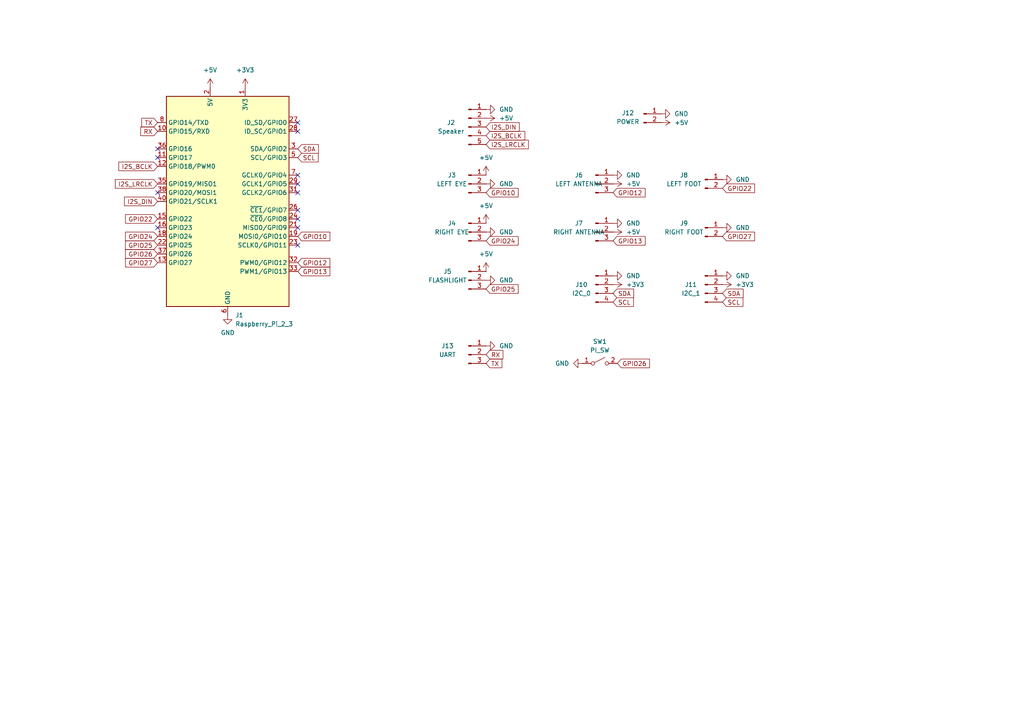
<source format=kicad_sch>
(kicad_sch
	(version 20231120)
	(generator "eeschema")
	(generator_version "8.0")
	(uuid "4736c0a1-d728-4d55-a12a-e68715abd74a")
	(paper "A4")
	(lib_symbols
		(symbol "Connector:Conn_01x02_Pin"
			(pin_names
				(offset 1.016) hide)
			(exclude_from_sim no)
			(in_bom yes)
			(on_board yes)
			(property "Reference" "J"
				(at 0 2.54 0)
				(effects
					(font
						(size 1.27 1.27)
					)
				)
			)
			(property "Value" "Conn_01x02_Pin"
				(at 0 -5.08 0)
				(effects
					(font
						(size 1.27 1.27)
					)
				)
			)
			(property "Footprint" ""
				(at 0 0 0)
				(effects
					(font
						(size 1.27 1.27)
					)
					(hide yes)
				)
			)
			(property "Datasheet" "~"
				(at 0 0 0)
				(effects
					(font
						(size 1.27 1.27)
					)
					(hide yes)
				)
			)
			(property "Description" "Generic connector, single row, 01x02, script generated"
				(at 0 0 0)
				(effects
					(font
						(size 1.27 1.27)
					)
					(hide yes)
				)
			)
			(property "ki_locked" ""
				(at 0 0 0)
				(effects
					(font
						(size 1.27 1.27)
					)
				)
			)
			(property "ki_keywords" "connector"
				(at 0 0 0)
				(effects
					(font
						(size 1.27 1.27)
					)
					(hide yes)
				)
			)
			(property "ki_fp_filters" "Connector*:*_1x??_*"
				(at 0 0 0)
				(effects
					(font
						(size 1.27 1.27)
					)
					(hide yes)
				)
			)
			(symbol "Conn_01x02_Pin_1_1"
				(polyline
					(pts
						(xy 1.27 -2.54) (xy 0.8636 -2.54)
					)
					(stroke
						(width 0.1524)
						(type default)
					)
					(fill
						(type none)
					)
				)
				(polyline
					(pts
						(xy 1.27 0) (xy 0.8636 0)
					)
					(stroke
						(width 0.1524)
						(type default)
					)
					(fill
						(type none)
					)
				)
				(rectangle
					(start 0.8636 -2.413)
					(end 0 -2.667)
					(stroke
						(width 0.1524)
						(type default)
					)
					(fill
						(type outline)
					)
				)
				(rectangle
					(start 0.8636 0.127)
					(end 0 -0.127)
					(stroke
						(width 0.1524)
						(type default)
					)
					(fill
						(type outline)
					)
				)
				(pin passive line
					(at 5.08 0 180)
					(length 3.81)
					(name "Pin_1"
						(effects
							(font
								(size 1.27 1.27)
							)
						)
					)
					(number "1"
						(effects
							(font
								(size 1.27 1.27)
							)
						)
					)
				)
				(pin passive line
					(at 5.08 -2.54 180)
					(length 3.81)
					(name "Pin_2"
						(effects
							(font
								(size 1.27 1.27)
							)
						)
					)
					(number "2"
						(effects
							(font
								(size 1.27 1.27)
							)
						)
					)
				)
			)
		)
		(symbol "Connector:Conn_01x03_Pin"
			(pin_names
				(offset 1.016) hide)
			(exclude_from_sim no)
			(in_bom yes)
			(on_board yes)
			(property "Reference" "J"
				(at 0 5.08 0)
				(effects
					(font
						(size 1.27 1.27)
					)
				)
			)
			(property "Value" "Conn_01x03_Pin"
				(at 0 -5.08 0)
				(effects
					(font
						(size 1.27 1.27)
					)
				)
			)
			(property "Footprint" ""
				(at 0 0 0)
				(effects
					(font
						(size 1.27 1.27)
					)
					(hide yes)
				)
			)
			(property "Datasheet" "~"
				(at 0 0 0)
				(effects
					(font
						(size 1.27 1.27)
					)
					(hide yes)
				)
			)
			(property "Description" "Generic connector, single row, 01x03, script generated"
				(at 0 0 0)
				(effects
					(font
						(size 1.27 1.27)
					)
					(hide yes)
				)
			)
			(property "ki_locked" ""
				(at 0 0 0)
				(effects
					(font
						(size 1.27 1.27)
					)
				)
			)
			(property "ki_keywords" "connector"
				(at 0 0 0)
				(effects
					(font
						(size 1.27 1.27)
					)
					(hide yes)
				)
			)
			(property "ki_fp_filters" "Connector*:*_1x??_*"
				(at 0 0 0)
				(effects
					(font
						(size 1.27 1.27)
					)
					(hide yes)
				)
			)
			(symbol "Conn_01x03_Pin_1_1"
				(polyline
					(pts
						(xy 1.27 -2.54) (xy 0.8636 -2.54)
					)
					(stroke
						(width 0.1524)
						(type default)
					)
					(fill
						(type none)
					)
				)
				(polyline
					(pts
						(xy 1.27 0) (xy 0.8636 0)
					)
					(stroke
						(width 0.1524)
						(type default)
					)
					(fill
						(type none)
					)
				)
				(polyline
					(pts
						(xy 1.27 2.54) (xy 0.8636 2.54)
					)
					(stroke
						(width 0.1524)
						(type default)
					)
					(fill
						(type none)
					)
				)
				(rectangle
					(start 0.8636 -2.413)
					(end 0 -2.667)
					(stroke
						(width 0.1524)
						(type default)
					)
					(fill
						(type outline)
					)
				)
				(rectangle
					(start 0.8636 0.127)
					(end 0 -0.127)
					(stroke
						(width 0.1524)
						(type default)
					)
					(fill
						(type outline)
					)
				)
				(rectangle
					(start 0.8636 2.667)
					(end 0 2.413)
					(stroke
						(width 0.1524)
						(type default)
					)
					(fill
						(type outline)
					)
				)
				(pin passive line
					(at 5.08 2.54 180)
					(length 3.81)
					(name "Pin_1"
						(effects
							(font
								(size 1.27 1.27)
							)
						)
					)
					(number "1"
						(effects
							(font
								(size 1.27 1.27)
							)
						)
					)
				)
				(pin passive line
					(at 5.08 0 180)
					(length 3.81)
					(name "Pin_2"
						(effects
							(font
								(size 1.27 1.27)
							)
						)
					)
					(number "2"
						(effects
							(font
								(size 1.27 1.27)
							)
						)
					)
				)
				(pin passive line
					(at 5.08 -2.54 180)
					(length 3.81)
					(name "Pin_3"
						(effects
							(font
								(size 1.27 1.27)
							)
						)
					)
					(number "3"
						(effects
							(font
								(size 1.27 1.27)
							)
						)
					)
				)
			)
		)
		(symbol "Connector:Conn_01x04_Pin"
			(pin_names
				(offset 1.016) hide)
			(exclude_from_sim no)
			(in_bom yes)
			(on_board yes)
			(property "Reference" "J"
				(at 0 5.08 0)
				(effects
					(font
						(size 1.27 1.27)
					)
				)
			)
			(property "Value" "Conn_01x04_Pin"
				(at 0 -7.62 0)
				(effects
					(font
						(size 1.27 1.27)
					)
				)
			)
			(property "Footprint" ""
				(at 0 0 0)
				(effects
					(font
						(size 1.27 1.27)
					)
					(hide yes)
				)
			)
			(property "Datasheet" "~"
				(at 0 0 0)
				(effects
					(font
						(size 1.27 1.27)
					)
					(hide yes)
				)
			)
			(property "Description" "Generic connector, single row, 01x04, script generated"
				(at 0 0 0)
				(effects
					(font
						(size 1.27 1.27)
					)
					(hide yes)
				)
			)
			(property "ki_locked" ""
				(at 0 0 0)
				(effects
					(font
						(size 1.27 1.27)
					)
				)
			)
			(property "ki_keywords" "connector"
				(at 0 0 0)
				(effects
					(font
						(size 1.27 1.27)
					)
					(hide yes)
				)
			)
			(property "ki_fp_filters" "Connector*:*_1x??_*"
				(at 0 0 0)
				(effects
					(font
						(size 1.27 1.27)
					)
					(hide yes)
				)
			)
			(symbol "Conn_01x04_Pin_1_1"
				(polyline
					(pts
						(xy 1.27 -5.08) (xy 0.8636 -5.08)
					)
					(stroke
						(width 0.1524)
						(type default)
					)
					(fill
						(type none)
					)
				)
				(polyline
					(pts
						(xy 1.27 -2.54) (xy 0.8636 -2.54)
					)
					(stroke
						(width 0.1524)
						(type default)
					)
					(fill
						(type none)
					)
				)
				(polyline
					(pts
						(xy 1.27 0) (xy 0.8636 0)
					)
					(stroke
						(width 0.1524)
						(type default)
					)
					(fill
						(type none)
					)
				)
				(polyline
					(pts
						(xy 1.27 2.54) (xy 0.8636 2.54)
					)
					(stroke
						(width 0.1524)
						(type default)
					)
					(fill
						(type none)
					)
				)
				(rectangle
					(start 0.8636 -4.953)
					(end 0 -5.207)
					(stroke
						(width 0.1524)
						(type default)
					)
					(fill
						(type outline)
					)
				)
				(rectangle
					(start 0.8636 -2.413)
					(end 0 -2.667)
					(stroke
						(width 0.1524)
						(type default)
					)
					(fill
						(type outline)
					)
				)
				(rectangle
					(start 0.8636 0.127)
					(end 0 -0.127)
					(stroke
						(width 0.1524)
						(type default)
					)
					(fill
						(type outline)
					)
				)
				(rectangle
					(start 0.8636 2.667)
					(end 0 2.413)
					(stroke
						(width 0.1524)
						(type default)
					)
					(fill
						(type outline)
					)
				)
				(pin passive line
					(at 5.08 2.54 180)
					(length 3.81)
					(name "Pin_1"
						(effects
							(font
								(size 1.27 1.27)
							)
						)
					)
					(number "1"
						(effects
							(font
								(size 1.27 1.27)
							)
						)
					)
				)
				(pin passive line
					(at 5.08 0 180)
					(length 3.81)
					(name "Pin_2"
						(effects
							(font
								(size 1.27 1.27)
							)
						)
					)
					(number "2"
						(effects
							(font
								(size 1.27 1.27)
							)
						)
					)
				)
				(pin passive line
					(at 5.08 -2.54 180)
					(length 3.81)
					(name "Pin_3"
						(effects
							(font
								(size 1.27 1.27)
							)
						)
					)
					(number "3"
						(effects
							(font
								(size 1.27 1.27)
							)
						)
					)
				)
				(pin passive line
					(at 5.08 -5.08 180)
					(length 3.81)
					(name "Pin_4"
						(effects
							(font
								(size 1.27 1.27)
							)
						)
					)
					(number "4"
						(effects
							(font
								(size 1.27 1.27)
							)
						)
					)
				)
			)
		)
		(symbol "Connector:Conn_01x05_Pin"
			(pin_names
				(offset 1.016) hide)
			(exclude_from_sim no)
			(in_bom yes)
			(on_board yes)
			(property "Reference" "J"
				(at 0 7.62 0)
				(effects
					(font
						(size 1.27 1.27)
					)
				)
			)
			(property "Value" "Conn_01x05_Pin"
				(at 0 -7.62 0)
				(effects
					(font
						(size 1.27 1.27)
					)
				)
			)
			(property "Footprint" ""
				(at 0 0 0)
				(effects
					(font
						(size 1.27 1.27)
					)
					(hide yes)
				)
			)
			(property "Datasheet" "~"
				(at 0 0 0)
				(effects
					(font
						(size 1.27 1.27)
					)
					(hide yes)
				)
			)
			(property "Description" "Generic connector, single row, 01x05, script generated"
				(at 0 0 0)
				(effects
					(font
						(size 1.27 1.27)
					)
					(hide yes)
				)
			)
			(property "ki_locked" ""
				(at 0 0 0)
				(effects
					(font
						(size 1.27 1.27)
					)
				)
			)
			(property "ki_keywords" "connector"
				(at 0 0 0)
				(effects
					(font
						(size 1.27 1.27)
					)
					(hide yes)
				)
			)
			(property "ki_fp_filters" "Connector*:*_1x??_*"
				(at 0 0 0)
				(effects
					(font
						(size 1.27 1.27)
					)
					(hide yes)
				)
			)
			(symbol "Conn_01x05_Pin_1_1"
				(polyline
					(pts
						(xy 1.27 -5.08) (xy 0.8636 -5.08)
					)
					(stroke
						(width 0.1524)
						(type default)
					)
					(fill
						(type none)
					)
				)
				(polyline
					(pts
						(xy 1.27 -2.54) (xy 0.8636 -2.54)
					)
					(stroke
						(width 0.1524)
						(type default)
					)
					(fill
						(type none)
					)
				)
				(polyline
					(pts
						(xy 1.27 0) (xy 0.8636 0)
					)
					(stroke
						(width 0.1524)
						(type default)
					)
					(fill
						(type none)
					)
				)
				(polyline
					(pts
						(xy 1.27 2.54) (xy 0.8636 2.54)
					)
					(stroke
						(width 0.1524)
						(type default)
					)
					(fill
						(type none)
					)
				)
				(polyline
					(pts
						(xy 1.27 5.08) (xy 0.8636 5.08)
					)
					(stroke
						(width 0.1524)
						(type default)
					)
					(fill
						(type none)
					)
				)
				(rectangle
					(start 0.8636 -4.953)
					(end 0 -5.207)
					(stroke
						(width 0.1524)
						(type default)
					)
					(fill
						(type outline)
					)
				)
				(rectangle
					(start 0.8636 -2.413)
					(end 0 -2.667)
					(stroke
						(width 0.1524)
						(type default)
					)
					(fill
						(type outline)
					)
				)
				(rectangle
					(start 0.8636 0.127)
					(end 0 -0.127)
					(stroke
						(width 0.1524)
						(type default)
					)
					(fill
						(type outline)
					)
				)
				(rectangle
					(start 0.8636 2.667)
					(end 0 2.413)
					(stroke
						(width 0.1524)
						(type default)
					)
					(fill
						(type outline)
					)
				)
				(rectangle
					(start 0.8636 5.207)
					(end 0 4.953)
					(stroke
						(width 0.1524)
						(type default)
					)
					(fill
						(type outline)
					)
				)
				(pin passive line
					(at 5.08 5.08 180)
					(length 3.81)
					(name "Pin_1"
						(effects
							(font
								(size 1.27 1.27)
							)
						)
					)
					(number "1"
						(effects
							(font
								(size 1.27 1.27)
							)
						)
					)
				)
				(pin passive line
					(at 5.08 2.54 180)
					(length 3.81)
					(name "Pin_2"
						(effects
							(font
								(size 1.27 1.27)
							)
						)
					)
					(number "2"
						(effects
							(font
								(size 1.27 1.27)
							)
						)
					)
				)
				(pin passive line
					(at 5.08 0 180)
					(length 3.81)
					(name "Pin_3"
						(effects
							(font
								(size 1.27 1.27)
							)
						)
					)
					(number "3"
						(effects
							(font
								(size 1.27 1.27)
							)
						)
					)
				)
				(pin passive line
					(at 5.08 -2.54 180)
					(length 3.81)
					(name "Pin_4"
						(effects
							(font
								(size 1.27 1.27)
							)
						)
					)
					(number "4"
						(effects
							(font
								(size 1.27 1.27)
							)
						)
					)
				)
				(pin passive line
					(at 5.08 -5.08 180)
					(length 3.81)
					(name "Pin_5"
						(effects
							(font
								(size 1.27 1.27)
							)
						)
					)
					(number "5"
						(effects
							(font
								(size 1.27 1.27)
							)
						)
					)
				)
			)
		)
		(symbol "Connector:Raspberry_Pi_2_3"
			(exclude_from_sim no)
			(in_bom yes)
			(on_board yes)
			(property "Reference" "J"
				(at -17.78 31.75 0)
				(effects
					(font
						(size 1.27 1.27)
					)
					(justify left bottom)
				)
			)
			(property "Value" "Raspberry_Pi_2_3"
				(at 10.16 -31.75 0)
				(effects
					(font
						(size 1.27 1.27)
					)
					(justify left top)
				)
			)
			(property "Footprint" ""
				(at 0 0 0)
				(effects
					(font
						(size 1.27 1.27)
					)
					(hide yes)
				)
			)
			(property "Datasheet" "https://www.raspberrypi.org/documentation/hardware/raspberrypi/schematics/rpi_SCH_3bplus_1p0_reduced.pdf"
				(at 60.96 -44.45 0)
				(effects
					(font
						(size 1.27 1.27)
					)
					(hide yes)
				)
			)
			(property "Description" "expansion header for Raspberry Pi 2 & 3"
				(at 0 0 0)
				(effects
					(font
						(size 1.27 1.27)
					)
					(hide yes)
				)
			)
			(property "ki_keywords" "raspberrypi gpio"
				(at 0 0 0)
				(effects
					(font
						(size 1.27 1.27)
					)
					(hide yes)
				)
			)
			(property "ki_fp_filters" "PinHeader*2x20*P2.54mm*Vertical* PinSocket*2x20*P2.54mm*Vertical*"
				(at 0 0 0)
				(effects
					(font
						(size 1.27 1.27)
					)
					(hide yes)
				)
			)
			(symbol "Raspberry_Pi_2_3_0_1"
				(rectangle
					(start -17.78 30.48)
					(end 17.78 -30.48)
					(stroke
						(width 0.254)
						(type default)
					)
					(fill
						(type background)
					)
				)
			)
			(symbol "Raspberry_Pi_2_3_1_1"
				(pin power_in line
					(at 5.08 33.02 270)
					(length 2.54)
					(name "3V3"
						(effects
							(font
								(size 1.27 1.27)
							)
						)
					)
					(number "1"
						(effects
							(font
								(size 1.27 1.27)
							)
						)
					)
				)
				(pin bidirectional line
					(at -20.32 20.32 0)
					(length 2.54)
					(name "GPIO15/RXD"
						(effects
							(font
								(size 1.27 1.27)
							)
						)
					)
					(number "10"
						(effects
							(font
								(size 1.27 1.27)
							)
						)
					)
				)
				(pin bidirectional line
					(at -20.32 12.7 0)
					(length 2.54)
					(name "GPIO17"
						(effects
							(font
								(size 1.27 1.27)
							)
						)
					)
					(number "11"
						(effects
							(font
								(size 1.27 1.27)
							)
						)
					)
				)
				(pin bidirectional line
					(at -20.32 10.16 0)
					(length 2.54)
					(name "GPIO18/PWM0"
						(effects
							(font
								(size 1.27 1.27)
							)
						)
					)
					(number "12"
						(effects
							(font
								(size 1.27 1.27)
							)
						)
					)
				)
				(pin bidirectional line
					(at -20.32 -17.78 0)
					(length 2.54)
					(name "GPIO27"
						(effects
							(font
								(size 1.27 1.27)
							)
						)
					)
					(number "13"
						(effects
							(font
								(size 1.27 1.27)
							)
						)
					)
				)
				(pin passive line
					(at 0 -33.02 90)
					(length 2.54) hide
					(name "GND"
						(effects
							(font
								(size 1.27 1.27)
							)
						)
					)
					(number "14"
						(effects
							(font
								(size 1.27 1.27)
							)
						)
					)
				)
				(pin bidirectional line
					(at -20.32 -5.08 0)
					(length 2.54)
					(name "GPIO22"
						(effects
							(font
								(size 1.27 1.27)
							)
						)
					)
					(number "15"
						(effects
							(font
								(size 1.27 1.27)
							)
						)
					)
				)
				(pin bidirectional line
					(at -20.32 -7.62 0)
					(length 2.54)
					(name "GPIO23"
						(effects
							(font
								(size 1.27 1.27)
							)
						)
					)
					(number "16"
						(effects
							(font
								(size 1.27 1.27)
							)
						)
					)
				)
				(pin passive line
					(at 5.08 33.02 270)
					(length 2.54) hide
					(name "3V3"
						(effects
							(font
								(size 1.27 1.27)
							)
						)
					)
					(number "17"
						(effects
							(font
								(size 1.27 1.27)
							)
						)
					)
				)
				(pin bidirectional line
					(at -20.32 -10.16 0)
					(length 2.54)
					(name "GPIO24"
						(effects
							(font
								(size 1.27 1.27)
							)
						)
					)
					(number "18"
						(effects
							(font
								(size 1.27 1.27)
							)
						)
					)
				)
				(pin bidirectional line
					(at 20.32 -10.16 180)
					(length 2.54)
					(name "MOSI0/GPIO10"
						(effects
							(font
								(size 1.27 1.27)
							)
						)
					)
					(number "19"
						(effects
							(font
								(size 1.27 1.27)
							)
						)
					)
				)
				(pin power_in line
					(at -5.08 33.02 270)
					(length 2.54)
					(name "5V"
						(effects
							(font
								(size 1.27 1.27)
							)
						)
					)
					(number "2"
						(effects
							(font
								(size 1.27 1.27)
							)
						)
					)
				)
				(pin passive line
					(at 0 -33.02 90)
					(length 2.54) hide
					(name "GND"
						(effects
							(font
								(size 1.27 1.27)
							)
						)
					)
					(number "20"
						(effects
							(font
								(size 1.27 1.27)
							)
						)
					)
				)
				(pin bidirectional line
					(at 20.32 -7.62 180)
					(length 2.54)
					(name "MISO0/GPIO9"
						(effects
							(font
								(size 1.27 1.27)
							)
						)
					)
					(number "21"
						(effects
							(font
								(size 1.27 1.27)
							)
						)
					)
				)
				(pin bidirectional line
					(at -20.32 -12.7 0)
					(length 2.54)
					(name "GPIO25"
						(effects
							(font
								(size 1.27 1.27)
							)
						)
					)
					(number "22"
						(effects
							(font
								(size 1.27 1.27)
							)
						)
					)
				)
				(pin bidirectional line
					(at 20.32 -12.7 180)
					(length 2.54)
					(name "SCLK0/GPIO11"
						(effects
							(font
								(size 1.27 1.27)
							)
						)
					)
					(number "23"
						(effects
							(font
								(size 1.27 1.27)
							)
						)
					)
				)
				(pin bidirectional line
					(at 20.32 -5.08 180)
					(length 2.54)
					(name "~{CE0}/GPIO8"
						(effects
							(font
								(size 1.27 1.27)
							)
						)
					)
					(number "24"
						(effects
							(font
								(size 1.27 1.27)
							)
						)
					)
				)
				(pin passive line
					(at 0 -33.02 90)
					(length 2.54) hide
					(name "GND"
						(effects
							(font
								(size 1.27 1.27)
							)
						)
					)
					(number "25"
						(effects
							(font
								(size 1.27 1.27)
							)
						)
					)
				)
				(pin bidirectional line
					(at 20.32 -2.54 180)
					(length 2.54)
					(name "~{CE1}/GPIO7"
						(effects
							(font
								(size 1.27 1.27)
							)
						)
					)
					(number "26"
						(effects
							(font
								(size 1.27 1.27)
							)
						)
					)
				)
				(pin bidirectional line
					(at 20.32 22.86 180)
					(length 2.54)
					(name "ID_SD/GPIO0"
						(effects
							(font
								(size 1.27 1.27)
							)
						)
					)
					(number "27"
						(effects
							(font
								(size 1.27 1.27)
							)
						)
					)
				)
				(pin bidirectional line
					(at 20.32 20.32 180)
					(length 2.54)
					(name "ID_SC/GPIO1"
						(effects
							(font
								(size 1.27 1.27)
							)
						)
					)
					(number "28"
						(effects
							(font
								(size 1.27 1.27)
							)
						)
					)
				)
				(pin bidirectional line
					(at 20.32 5.08 180)
					(length 2.54)
					(name "GCLK1/GPIO5"
						(effects
							(font
								(size 1.27 1.27)
							)
						)
					)
					(number "29"
						(effects
							(font
								(size 1.27 1.27)
							)
						)
					)
				)
				(pin bidirectional line
					(at 20.32 15.24 180)
					(length 2.54)
					(name "SDA/GPIO2"
						(effects
							(font
								(size 1.27 1.27)
							)
						)
					)
					(number "3"
						(effects
							(font
								(size 1.27 1.27)
							)
						)
					)
				)
				(pin passive line
					(at 0 -33.02 90)
					(length 2.54) hide
					(name "GND"
						(effects
							(font
								(size 1.27 1.27)
							)
						)
					)
					(number "30"
						(effects
							(font
								(size 1.27 1.27)
							)
						)
					)
				)
				(pin bidirectional line
					(at 20.32 2.54 180)
					(length 2.54)
					(name "GCLK2/GPIO6"
						(effects
							(font
								(size 1.27 1.27)
							)
						)
					)
					(number "31"
						(effects
							(font
								(size 1.27 1.27)
							)
						)
					)
				)
				(pin bidirectional line
					(at 20.32 -17.78 180)
					(length 2.54)
					(name "PWM0/GPIO12"
						(effects
							(font
								(size 1.27 1.27)
							)
						)
					)
					(number "32"
						(effects
							(font
								(size 1.27 1.27)
							)
						)
					)
				)
				(pin bidirectional line
					(at 20.32 -20.32 180)
					(length 2.54)
					(name "PWM1/GPIO13"
						(effects
							(font
								(size 1.27 1.27)
							)
						)
					)
					(number "33"
						(effects
							(font
								(size 1.27 1.27)
							)
						)
					)
				)
				(pin passive line
					(at 0 -33.02 90)
					(length 2.54) hide
					(name "GND"
						(effects
							(font
								(size 1.27 1.27)
							)
						)
					)
					(number "34"
						(effects
							(font
								(size 1.27 1.27)
							)
						)
					)
				)
				(pin bidirectional line
					(at -20.32 5.08 0)
					(length 2.54)
					(name "GPIO19/MISO1"
						(effects
							(font
								(size 1.27 1.27)
							)
						)
					)
					(number "35"
						(effects
							(font
								(size 1.27 1.27)
							)
						)
					)
				)
				(pin bidirectional line
					(at -20.32 15.24 0)
					(length 2.54)
					(name "GPIO16"
						(effects
							(font
								(size 1.27 1.27)
							)
						)
					)
					(number "36"
						(effects
							(font
								(size 1.27 1.27)
							)
						)
					)
				)
				(pin bidirectional line
					(at -20.32 -15.24 0)
					(length 2.54)
					(name "GPIO26"
						(effects
							(font
								(size 1.27 1.27)
							)
						)
					)
					(number "37"
						(effects
							(font
								(size 1.27 1.27)
							)
						)
					)
				)
				(pin bidirectional line
					(at -20.32 2.54 0)
					(length 2.54)
					(name "GPIO20/MOSI1"
						(effects
							(font
								(size 1.27 1.27)
							)
						)
					)
					(number "38"
						(effects
							(font
								(size 1.27 1.27)
							)
						)
					)
				)
				(pin passive line
					(at 0 -33.02 90)
					(length 2.54) hide
					(name "GND"
						(effects
							(font
								(size 1.27 1.27)
							)
						)
					)
					(number "39"
						(effects
							(font
								(size 1.27 1.27)
							)
						)
					)
				)
				(pin passive line
					(at -5.08 33.02 270)
					(length 2.54) hide
					(name "5V"
						(effects
							(font
								(size 1.27 1.27)
							)
						)
					)
					(number "4"
						(effects
							(font
								(size 1.27 1.27)
							)
						)
					)
				)
				(pin bidirectional line
					(at -20.32 0 0)
					(length 2.54)
					(name "GPIO21/SCLK1"
						(effects
							(font
								(size 1.27 1.27)
							)
						)
					)
					(number "40"
						(effects
							(font
								(size 1.27 1.27)
							)
						)
					)
				)
				(pin bidirectional line
					(at 20.32 12.7 180)
					(length 2.54)
					(name "SCL/GPIO3"
						(effects
							(font
								(size 1.27 1.27)
							)
						)
					)
					(number "5"
						(effects
							(font
								(size 1.27 1.27)
							)
						)
					)
				)
				(pin power_in line
					(at 0 -33.02 90)
					(length 2.54)
					(name "GND"
						(effects
							(font
								(size 1.27 1.27)
							)
						)
					)
					(number "6"
						(effects
							(font
								(size 1.27 1.27)
							)
						)
					)
				)
				(pin bidirectional line
					(at 20.32 7.62 180)
					(length 2.54)
					(name "GCLK0/GPIO4"
						(effects
							(font
								(size 1.27 1.27)
							)
						)
					)
					(number "7"
						(effects
							(font
								(size 1.27 1.27)
							)
						)
					)
				)
				(pin bidirectional line
					(at -20.32 22.86 0)
					(length 2.54)
					(name "GPIO14/TXD"
						(effects
							(font
								(size 1.27 1.27)
							)
						)
					)
					(number "8"
						(effects
							(font
								(size 1.27 1.27)
							)
						)
					)
				)
				(pin passive line
					(at 0 -33.02 90)
					(length 2.54) hide
					(name "GND"
						(effects
							(font
								(size 1.27 1.27)
							)
						)
					)
					(number "9"
						(effects
							(font
								(size 1.27 1.27)
							)
						)
					)
				)
			)
		)
		(symbol "Switch:SW_SPST"
			(pin_names
				(offset 0) hide)
			(exclude_from_sim no)
			(in_bom yes)
			(on_board yes)
			(property "Reference" "SW"
				(at 0 3.175 0)
				(effects
					(font
						(size 1.27 1.27)
					)
				)
			)
			(property "Value" "SW_SPST"
				(at 0 -2.54 0)
				(effects
					(font
						(size 1.27 1.27)
					)
				)
			)
			(property "Footprint" ""
				(at 0 0 0)
				(effects
					(font
						(size 1.27 1.27)
					)
					(hide yes)
				)
			)
			(property "Datasheet" "~"
				(at 0 0 0)
				(effects
					(font
						(size 1.27 1.27)
					)
					(hide yes)
				)
			)
			(property "Description" "Single Pole Single Throw (SPST) switch"
				(at 0 0 0)
				(effects
					(font
						(size 1.27 1.27)
					)
					(hide yes)
				)
			)
			(property "ki_keywords" "switch lever"
				(at 0 0 0)
				(effects
					(font
						(size 1.27 1.27)
					)
					(hide yes)
				)
			)
			(symbol "SW_SPST_0_0"
				(circle
					(center -2.032 0)
					(radius 0.508)
					(stroke
						(width 0)
						(type default)
					)
					(fill
						(type none)
					)
				)
				(polyline
					(pts
						(xy -1.524 0.254) (xy 1.524 1.778)
					)
					(stroke
						(width 0)
						(type default)
					)
					(fill
						(type none)
					)
				)
				(circle
					(center 2.032 0)
					(radius 0.508)
					(stroke
						(width 0)
						(type default)
					)
					(fill
						(type none)
					)
				)
			)
			(symbol "SW_SPST_1_1"
				(pin passive line
					(at -5.08 0 0)
					(length 2.54)
					(name "A"
						(effects
							(font
								(size 1.27 1.27)
							)
						)
					)
					(number "1"
						(effects
							(font
								(size 1.27 1.27)
							)
						)
					)
				)
				(pin passive line
					(at 5.08 0 180)
					(length 2.54)
					(name "B"
						(effects
							(font
								(size 1.27 1.27)
							)
						)
					)
					(number "2"
						(effects
							(font
								(size 1.27 1.27)
							)
						)
					)
				)
			)
		)
		(symbol "power:+3V3"
			(power)
			(pin_numbers hide)
			(pin_names
				(offset 0) hide)
			(exclude_from_sim no)
			(in_bom yes)
			(on_board yes)
			(property "Reference" "#PWR"
				(at 0 -3.81 0)
				(effects
					(font
						(size 1.27 1.27)
					)
					(hide yes)
				)
			)
			(property "Value" "+3V3"
				(at 0 3.556 0)
				(effects
					(font
						(size 1.27 1.27)
					)
				)
			)
			(property "Footprint" ""
				(at 0 0 0)
				(effects
					(font
						(size 1.27 1.27)
					)
					(hide yes)
				)
			)
			(property "Datasheet" ""
				(at 0 0 0)
				(effects
					(font
						(size 1.27 1.27)
					)
					(hide yes)
				)
			)
			(property "Description" "Power symbol creates a global label with name \"+3V3\""
				(at 0 0 0)
				(effects
					(font
						(size 1.27 1.27)
					)
					(hide yes)
				)
			)
			(property "ki_keywords" "global power"
				(at 0 0 0)
				(effects
					(font
						(size 1.27 1.27)
					)
					(hide yes)
				)
			)
			(symbol "+3V3_0_1"
				(polyline
					(pts
						(xy -0.762 1.27) (xy 0 2.54)
					)
					(stroke
						(width 0)
						(type default)
					)
					(fill
						(type none)
					)
				)
				(polyline
					(pts
						(xy 0 0) (xy 0 2.54)
					)
					(stroke
						(width 0)
						(type default)
					)
					(fill
						(type none)
					)
				)
				(polyline
					(pts
						(xy 0 2.54) (xy 0.762 1.27)
					)
					(stroke
						(width 0)
						(type default)
					)
					(fill
						(type none)
					)
				)
			)
			(symbol "+3V3_1_1"
				(pin power_in line
					(at 0 0 90)
					(length 0)
					(name "~"
						(effects
							(font
								(size 1.27 1.27)
							)
						)
					)
					(number "1"
						(effects
							(font
								(size 1.27 1.27)
							)
						)
					)
				)
			)
		)
		(symbol "power:+5V"
			(power)
			(pin_numbers hide)
			(pin_names
				(offset 0) hide)
			(exclude_from_sim no)
			(in_bom yes)
			(on_board yes)
			(property "Reference" "#PWR"
				(at 0 -3.81 0)
				(effects
					(font
						(size 1.27 1.27)
					)
					(hide yes)
				)
			)
			(property "Value" "+5V"
				(at 0 3.556 0)
				(effects
					(font
						(size 1.27 1.27)
					)
				)
			)
			(property "Footprint" ""
				(at 0 0 0)
				(effects
					(font
						(size 1.27 1.27)
					)
					(hide yes)
				)
			)
			(property "Datasheet" ""
				(at 0 0 0)
				(effects
					(font
						(size 1.27 1.27)
					)
					(hide yes)
				)
			)
			(property "Description" "Power symbol creates a global label with name \"+5V\""
				(at 0 0 0)
				(effects
					(font
						(size 1.27 1.27)
					)
					(hide yes)
				)
			)
			(property "ki_keywords" "global power"
				(at 0 0 0)
				(effects
					(font
						(size 1.27 1.27)
					)
					(hide yes)
				)
			)
			(symbol "+5V_0_1"
				(polyline
					(pts
						(xy -0.762 1.27) (xy 0 2.54)
					)
					(stroke
						(width 0)
						(type default)
					)
					(fill
						(type none)
					)
				)
				(polyline
					(pts
						(xy 0 0) (xy 0 2.54)
					)
					(stroke
						(width 0)
						(type default)
					)
					(fill
						(type none)
					)
				)
				(polyline
					(pts
						(xy 0 2.54) (xy 0.762 1.27)
					)
					(stroke
						(width 0)
						(type default)
					)
					(fill
						(type none)
					)
				)
			)
			(symbol "+5V_1_1"
				(pin power_in line
					(at 0 0 90)
					(length 0)
					(name "~"
						(effects
							(font
								(size 1.27 1.27)
							)
						)
					)
					(number "1"
						(effects
							(font
								(size 1.27 1.27)
							)
						)
					)
				)
			)
		)
		(symbol "power:GND"
			(power)
			(pin_numbers hide)
			(pin_names
				(offset 0) hide)
			(exclude_from_sim no)
			(in_bom yes)
			(on_board yes)
			(property "Reference" "#PWR"
				(at 0 -6.35 0)
				(effects
					(font
						(size 1.27 1.27)
					)
					(hide yes)
				)
			)
			(property "Value" "GND"
				(at 0 -3.81 0)
				(effects
					(font
						(size 1.27 1.27)
					)
				)
			)
			(property "Footprint" ""
				(at 0 0 0)
				(effects
					(font
						(size 1.27 1.27)
					)
					(hide yes)
				)
			)
			(property "Datasheet" ""
				(at 0 0 0)
				(effects
					(font
						(size 1.27 1.27)
					)
					(hide yes)
				)
			)
			(property "Description" "Power symbol creates a global label with name \"GND\" , ground"
				(at 0 0 0)
				(effects
					(font
						(size 1.27 1.27)
					)
					(hide yes)
				)
			)
			(property "ki_keywords" "global power"
				(at 0 0 0)
				(effects
					(font
						(size 1.27 1.27)
					)
					(hide yes)
				)
			)
			(symbol "GND_0_1"
				(polyline
					(pts
						(xy 0 0) (xy 0 -1.27) (xy 1.27 -1.27) (xy 0 -2.54) (xy -1.27 -1.27) (xy 0 -1.27)
					)
					(stroke
						(width 0)
						(type default)
					)
					(fill
						(type none)
					)
				)
			)
			(symbol "GND_1_1"
				(pin power_in line
					(at 0 0 270)
					(length 0)
					(name "~"
						(effects
							(font
								(size 1.27 1.27)
							)
						)
					)
					(number "1"
						(effects
							(font
								(size 1.27 1.27)
							)
						)
					)
				)
			)
		)
	)
	(no_connect
		(at 86.36 35.56)
		(uuid "134c34dc-eec8-4a84-9c02-56197a8eca33")
	)
	(no_connect
		(at 45.72 55.88)
		(uuid "2228abc0-3c2f-4578-b8f3-fc51474c8323")
	)
	(no_connect
		(at 86.36 38.1)
		(uuid "29bfb1a3-0ea9-4650-95e6-c1a849e806da")
	)
	(no_connect
		(at 86.36 50.8)
		(uuid "4ce806f4-d5a9-4eb2-acba-094df23a38ba")
	)
	(no_connect
		(at 86.36 55.88)
		(uuid "52a8cfba-3c77-4591-8ac7-b9aa0ca507ce")
	)
	(no_connect
		(at 45.72 43.18)
		(uuid "613ea318-ac0b-498e-88d8-467bbf080fd0")
	)
	(no_connect
		(at 86.36 60.96)
		(uuid "798747ae-86da-4b93-943d-40dcaace6889")
	)
	(no_connect
		(at 45.72 66.04)
		(uuid "a51dbfa9-1629-4ade-9665-fe953c06e5e7")
	)
	(no_connect
		(at 86.36 53.34)
		(uuid "a86b4085-7b00-4479-8f4e-045ca9fae7f6")
	)
	(no_connect
		(at 86.36 63.5)
		(uuid "aaed9a62-a383-437d-9fd7-ecc88ef00a28")
	)
	(no_connect
		(at 86.36 66.04)
		(uuid "ad5e5fa8-da81-4c14-8a20-3e7bc795493e")
	)
	(no_connect
		(at 86.36 71.12)
		(uuid "dcabb196-61bc-448d-b5bc-970d07fbdaee")
	)
	(no_connect
		(at 45.72 45.72)
		(uuid "e6b0a925-2785-4a52-b5b4-872e8707cc56")
	)
	(global_label "GPIO22"
		(shape input)
		(at 209.55 54.61 0)
		(fields_autoplaced yes)
		(effects
			(font
				(size 1.27 1.27)
			)
			(justify left)
		)
		(uuid "059f50c0-420a-470b-8f53-00f4bb5e6bb3")
		(property "Intersheetrefs" "${INTERSHEET_REFS}"
			(at 219.4295 54.61 0)
			(effects
				(font
					(size 1.27 1.27)
				)
				(justify left)
				(hide yes)
			)
		)
	)
	(global_label "GPIO22"
		(shape input)
		(at 45.72 63.5 180)
		(fields_autoplaced yes)
		(effects
			(font
				(size 1.27 1.27)
			)
			(justify right)
		)
		(uuid "1ae3ff2c-b565-4ad0-a8d4-324e28e0cf00")
		(property "Intersheetrefs" "${INTERSHEET_REFS}"
			(at 35.8405 63.5 0)
			(effects
				(font
					(size 1.27 1.27)
				)
				(justify right)
				(hide yes)
			)
		)
	)
	(global_label "GPIO13"
		(shape input)
		(at 177.8 69.85 0)
		(fields_autoplaced yes)
		(effects
			(font
				(size 1.27 1.27)
			)
			(justify left)
		)
		(uuid "1e5ae5d9-83e7-4bea-8790-f55078462592")
		(property "Intersheetrefs" "${INTERSHEET_REFS}"
			(at 187.6795 69.85 0)
			(effects
				(font
					(size 1.27 1.27)
				)
				(justify left)
				(hide yes)
			)
		)
	)
	(global_label "I2S_LRCLK"
		(shape input)
		(at 45.72 53.34 180)
		(fields_autoplaced yes)
		(effects
			(font
				(size 1.27 1.27)
			)
			(justify right)
		)
		(uuid "2b5d3db6-f880-4d71-b58f-d2f9b7157540")
		(property "Intersheetrefs" "${INTERSHEET_REFS}"
			(at 32.8772 53.34 0)
			(effects
				(font
					(size 1.27 1.27)
				)
				(justify right)
				(hide yes)
			)
		)
	)
	(global_label "GPIO13"
		(shape input)
		(at 86.36 78.74 0)
		(fields_autoplaced yes)
		(effects
			(font
				(size 1.27 1.27)
			)
			(justify left)
		)
		(uuid "2bb0c966-cfff-4a27-9849-e6e21f5ad3a6")
		(property "Intersheetrefs" "${INTERSHEET_REFS}"
			(at 96.2395 78.74 0)
			(effects
				(font
					(size 1.27 1.27)
				)
				(justify left)
				(hide yes)
			)
		)
	)
	(global_label "SCL"
		(shape input)
		(at 177.8 87.63 0)
		(fields_autoplaced yes)
		(effects
			(font
				(size 1.27 1.27)
			)
			(justify left)
		)
		(uuid "2e4d04d1-2821-46b4-b324-c590f6997716")
		(property "Intersheetrefs" "${INTERSHEET_REFS}"
			(at 184.2928 87.63 0)
			(effects
				(font
					(size 1.27 1.27)
				)
				(justify left)
				(hide yes)
			)
		)
	)
	(global_label "SDA"
		(shape input)
		(at 177.8 85.09 0)
		(fields_autoplaced yes)
		(effects
			(font
				(size 1.27 1.27)
			)
			(justify left)
		)
		(uuid "385f6317-eaa1-4365-9706-863b93790fcb")
		(property "Intersheetrefs" "${INTERSHEET_REFS}"
			(at 184.3533 85.09 0)
			(effects
				(font
					(size 1.27 1.27)
				)
				(justify left)
				(hide yes)
			)
		)
	)
	(global_label "I2S_BCLK"
		(shape input)
		(at 140.97 39.37 0)
		(fields_autoplaced yes)
		(effects
			(font
				(size 1.27 1.27)
			)
			(justify left)
		)
		(uuid "41f36f6d-5a28-48b6-a036-cab64d9a02a3")
		(property "Intersheetrefs" "${INTERSHEET_REFS}"
			(at 152.7847 39.37 0)
			(effects
				(font
					(size 1.27 1.27)
				)
				(justify left)
				(hide yes)
			)
		)
	)
	(global_label "GPIO25"
		(shape input)
		(at 45.72 71.12 180)
		(fields_autoplaced yes)
		(effects
			(font
				(size 1.27 1.27)
			)
			(justify right)
		)
		(uuid "45de6829-996f-464c-9b7a-5bf8a790ee34")
		(property "Intersheetrefs" "${INTERSHEET_REFS}"
			(at 35.8405 71.12 0)
			(effects
				(font
					(size 1.27 1.27)
				)
				(justify right)
				(hide yes)
			)
		)
	)
	(global_label "GPIO10"
		(shape input)
		(at 140.97 55.88 0)
		(fields_autoplaced yes)
		(effects
			(font
				(size 1.27 1.27)
			)
			(justify left)
		)
		(uuid "4a8fe121-9c4e-4963-980f-6966c42d2ac6")
		(property "Intersheetrefs" "${INTERSHEET_REFS}"
			(at 150.8495 55.88 0)
			(effects
				(font
					(size 1.27 1.27)
				)
				(justify left)
				(hide yes)
			)
		)
	)
	(global_label "RX"
		(shape input)
		(at 140.97 102.87 0)
		(fields_autoplaced yes)
		(effects
			(font
				(size 1.27 1.27)
			)
			(justify left)
		)
		(uuid "57cf1508-a6f4-407e-9f58-315126ed4b91")
		(property "Intersheetrefs" "${INTERSHEET_REFS}"
			(at 146.4347 102.87 0)
			(effects
				(font
					(size 1.27 1.27)
				)
				(justify left)
				(hide yes)
			)
		)
	)
	(global_label "GPIO24"
		(shape input)
		(at 140.97 69.85 0)
		(fields_autoplaced yes)
		(effects
			(font
				(size 1.27 1.27)
			)
			(justify left)
		)
		(uuid "5e6e6110-e170-4905-a7a3-38efef2b5dbf")
		(property "Intersheetrefs" "${INTERSHEET_REFS}"
			(at 150.8495 69.85 0)
			(effects
				(font
					(size 1.27 1.27)
				)
				(justify left)
				(hide yes)
			)
		)
	)
	(global_label "GPIO12"
		(shape input)
		(at 86.36 76.2 0)
		(fields_autoplaced yes)
		(effects
			(font
				(size 1.27 1.27)
			)
			(justify left)
		)
		(uuid "613c6b7f-746e-47f5-bb4a-6e2c9c15e216")
		(property "Intersheetrefs" "${INTERSHEET_REFS}"
			(at 96.2395 76.2 0)
			(effects
				(font
					(size 1.27 1.27)
				)
				(justify left)
				(hide yes)
			)
		)
	)
	(global_label "TX"
		(shape input)
		(at 140.97 105.41 0)
		(fields_autoplaced yes)
		(effects
			(font
				(size 1.27 1.27)
			)
			(justify left)
		)
		(uuid "6a64a4f5-3ed8-4d29-8ebf-4bb47b4e1145")
		(property "Intersheetrefs" "${INTERSHEET_REFS}"
			(at 146.1323 105.41 0)
			(effects
				(font
					(size 1.27 1.27)
				)
				(justify left)
				(hide yes)
			)
		)
	)
	(global_label "SCL"
		(shape input)
		(at 86.36 45.72 0)
		(fields_autoplaced yes)
		(effects
			(font
				(size 1.27 1.27)
			)
			(justify left)
		)
		(uuid "6d9180b6-aa09-462a-ac24-7fbecd786eff")
		(property "Intersheetrefs" "${INTERSHEET_REFS}"
			(at 92.8528 45.72 0)
			(effects
				(font
					(size 1.27 1.27)
				)
				(justify left)
				(hide yes)
			)
		)
	)
	(global_label "GPIO26"
		(shape input)
		(at 179.07 105.41 0)
		(fields_autoplaced yes)
		(effects
			(font
				(size 1.27 1.27)
			)
			(justify left)
		)
		(uuid "7fdf39e8-d374-45bd-9512-46725694240f")
		(property "Intersheetrefs" "${INTERSHEET_REFS}"
			(at 188.9495 105.41 0)
			(effects
				(font
					(size 1.27 1.27)
				)
				(justify left)
				(hide yes)
			)
		)
	)
	(global_label "I2S_DIN"
		(shape input)
		(at 140.97 36.83 0)
		(fields_autoplaced yes)
		(effects
			(font
				(size 1.27 1.27)
			)
			(justify left)
		)
		(uuid "9010e6e5-3b73-49c2-b3a0-ac4a7900b9f0")
		(property "Intersheetrefs" "${INTERSHEET_REFS}"
			(at 151.1519 36.83 0)
			(effects
				(font
					(size 1.27 1.27)
				)
				(justify left)
				(hide yes)
			)
		)
	)
	(global_label "GPIO26"
		(shape input)
		(at 45.72 73.66 180)
		(fields_autoplaced yes)
		(effects
			(font
				(size 1.27 1.27)
			)
			(justify right)
		)
		(uuid "9a06d59a-8156-4081-84b3-4b46f1ac5c03")
		(property "Intersheetrefs" "${INTERSHEET_REFS}"
			(at 35.8405 73.66 0)
			(effects
				(font
					(size 1.27 1.27)
				)
				(justify right)
				(hide yes)
			)
		)
	)
	(global_label "GPIO12"
		(shape input)
		(at 177.8 55.88 0)
		(fields_autoplaced yes)
		(effects
			(font
				(size 1.27 1.27)
			)
			(justify left)
		)
		(uuid "a3d6f83d-7739-437e-8a70-d96a503f6400")
		(property "Intersheetrefs" "${INTERSHEET_REFS}"
			(at 187.6795 55.88 0)
			(effects
				(font
					(size 1.27 1.27)
				)
				(justify left)
				(hide yes)
			)
		)
	)
	(global_label "TX"
		(shape input)
		(at 45.72 35.56 180)
		(fields_autoplaced yes)
		(effects
			(font
				(size 1.27 1.27)
			)
			(justify right)
		)
		(uuid "a672e3ea-3c3b-4a59-a36b-014504174767")
		(property "Intersheetrefs" "${INTERSHEET_REFS}"
			(at 40.5577 35.56 0)
			(effects
				(font
					(size 1.27 1.27)
				)
				(justify right)
				(hide yes)
			)
		)
	)
	(global_label "I2S_LRCLK"
		(shape input)
		(at 140.97 41.91 0)
		(fields_autoplaced yes)
		(effects
			(font
				(size 1.27 1.27)
			)
			(justify left)
		)
		(uuid "ac052a68-59a9-433d-8fdc-a9843bbb9fe6")
		(property "Intersheetrefs" "${INTERSHEET_REFS}"
			(at 153.8128 41.91 0)
			(effects
				(font
					(size 1.27 1.27)
				)
				(justify left)
				(hide yes)
			)
		)
	)
	(global_label "GPIO27"
		(shape input)
		(at 209.55 68.58 0)
		(fields_autoplaced yes)
		(effects
			(font
				(size 1.27 1.27)
			)
			(justify left)
		)
		(uuid "b10fd2b9-66eb-4faa-9f6d-19cedac688e2")
		(property "Intersheetrefs" "${INTERSHEET_REFS}"
			(at 219.4295 68.58 0)
			(effects
				(font
					(size 1.27 1.27)
				)
				(justify left)
				(hide yes)
			)
		)
	)
	(global_label "GPIO24"
		(shape input)
		(at 45.72 68.58 180)
		(fields_autoplaced yes)
		(effects
			(font
				(size 1.27 1.27)
			)
			(justify right)
		)
		(uuid "c588adc1-10a6-4532-8892-cd6a1bd5e426")
		(property "Intersheetrefs" "${INTERSHEET_REFS}"
			(at 35.8405 68.58 0)
			(effects
				(font
					(size 1.27 1.27)
				)
				(justify right)
				(hide yes)
			)
		)
	)
	(global_label "I2S_DIN"
		(shape input)
		(at 45.72 58.42 180)
		(fields_autoplaced yes)
		(effects
			(font
				(size 1.27 1.27)
			)
			(justify right)
		)
		(uuid "cd3c0691-7b68-4223-bbff-d0eede35506d")
		(property "Intersheetrefs" "${INTERSHEET_REFS}"
			(at 35.5381 58.42 0)
			(effects
				(font
					(size 1.27 1.27)
				)
				(justify right)
				(hide yes)
			)
		)
	)
	(global_label "RX"
		(shape input)
		(at 45.72 38.1 180)
		(fields_autoplaced yes)
		(effects
			(font
				(size 1.27 1.27)
			)
			(justify right)
		)
		(uuid "d49d6fe7-abd1-4029-8ac6-ef0844a54937")
		(property "Intersheetrefs" "${INTERSHEET_REFS}"
			(at 40.2553 38.1 0)
			(effects
				(font
					(size 1.27 1.27)
				)
				(justify right)
				(hide yes)
			)
		)
	)
	(global_label "GPIO10"
		(shape input)
		(at 86.36 68.58 0)
		(fields_autoplaced yes)
		(effects
			(font
				(size 1.27 1.27)
			)
			(justify left)
		)
		(uuid "d9726130-c99a-4f93-b89a-a942f4d32084")
		(property "Intersheetrefs" "${INTERSHEET_REFS}"
			(at 96.2395 68.58 0)
			(effects
				(font
					(size 1.27 1.27)
				)
				(justify left)
				(hide yes)
			)
		)
	)
	(global_label "I2S_BCLK"
		(shape input)
		(at 45.72 48.26 180)
		(fields_autoplaced yes)
		(effects
			(font
				(size 1.27 1.27)
			)
			(justify right)
		)
		(uuid "dd448017-7ad1-4336-a784-aa6647445b66")
		(property "Intersheetrefs" "${INTERSHEET_REFS}"
			(at 33.9053 48.26 0)
			(effects
				(font
					(size 1.27 1.27)
				)
				(justify right)
				(hide yes)
			)
		)
	)
	(global_label "SDA"
		(shape input)
		(at 209.55 85.09 0)
		(fields_autoplaced yes)
		(effects
			(font
				(size 1.27 1.27)
			)
			(justify left)
		)
		(uuid "ddcfc883-09d5-4d1b-abd6-54f6bf539dd0")
		(property "Intersheetrefs" "${INTERSHEET_REFS}"
			(at 216.1033 85.09 0)
			(effects
				(font
					(size 1.27 1.27)
				)
				(justify left)
				(hide yes)
			)
		)
	)
	(global_label "SDA"
		(shape input)
		(at 86.36 43.18 0)
		(fields_autoplaced yes)
		(effects
			(font
				(size 1.27 1.27)
			)
			(justify left)
		)
		(uuid "e11336e4-eb17-407a-ade7-7cfeb450c1c9")
		(property "Intersheetrefs" "${INTERSHEET_REFS}"
			(at 92.9133 43.18 0)
			(effects
				(font
					(size 1.27 1.27)
				)
				(justify left)
				(hide yes)
			)
		)
	)
	(global_label "GPIO27"
		(shape input)
		(at 45.72 76.2 180)
		(fields_autoplaced yes)
		(effects
			(font
				(size 1.27 1.27)
			)
			(justify right)
		)
		(uuid "e8975515-7c5f-4913-a2c1-6278c37fd7f1")
		(property "Intersheetrefs" "${INTERSHEET_REFS}"
			(at 35.8405 76.2 0)
			(effects
				(font
					(size 1.27 1.27)
				)
				(justify right)
				(hide yes)
			)
		)
	)
	(global_label "SCL"
		(shape input)
		(at 209.55 87.63 0)
		(fields_autoplaced yes)
		(effects
			(font
				(size 1.27 1.27)
			)
			(justify left)
		)
		(uuid "f0beac33-ba01-47b4-9c51-34c5283e6361")
		(property "Intersheetrefs" "${INTERSHEET_REFS}"
			(at 216.0428 87.63 0)
			(effects
				(font
					(size 1.27 1.27)
				)
				(justify left)
				(hide yes)
			)
		)
	)
	(global_label "GPIO25"
		(shape input)
		(at 140.97 83.82 0)
		(fields_autoplaced yes)
		(effects
			(font
				(size 1.27 1.27)
			)
			(justify left)
		)
		(uuid "f6509fa1-ea93-4ea5-82c4-04c3d084acd6")
		(property "Intersheetrefs" "${INTERSHEET_REFS}"
			(at 150.8495 83.82 0)
			(effects
				(font
					(size 1.27 1.27)
				)
				(justify left)
				(hide yes)
			)
		)
	)
	(symbol
		(lib_id "power:GND")
		(at 209.55 66.04 90)
		(unit 1)
		(exclude_from_sim no)
		(in_bom yes)
		(on_board yes)
		(dnp no)
		(fields_autoplaced yes)
		(uuid "0285b4c0-d767-4440-baf3-1795c872c3e4")
		(property "Reference" "#PWR017"
			(at 215.9 66.04 0)
			(effects
				(font
					(size 1.27 1.27)
				)
				(hide yes)
			)
		)
		(property "Value" "GND"
			(at 213.36 66.0399 90)
			(effects
				(font
					(size 1.27 1.27)
				)
				(justify right)
			)
		)
		(property "Footprint" ""
			(at 209.55 66.04 0)
			(effects
				(font
					(size 1.27 1.27)
				)
				(hide yes)
			)
		)
		(property "Datasheet" ""
			(at 209.55 66.04 0)
			(effects
				(font
					(size 1.27 1.27)
				)
				(hide yes)
			)
		)
		(property "Description" "Power symbol creates a global label with name \"GND\" , ground"
			(at 209.55 66.04 0)
			(effects
				(font
					(size 1.27 1.27)
				)
				(hide yes)
			)
		)
		(pin "1"
			(uuid "38e4b20e-3148-4fcc-8e8c-cf7c858a3af5")
		)
		(instances
			(project "openduck"
				(path "/4736c0a1-d728-4d55-a12a-e68715abd74a"
					(reference "#PWR017")
					(unit 1)
				)
			)
		)
	)
	(symbol
		(lib_id "power:GND")
		(at 140.97 67.31 90)
		(unit 1)
		(exclude_from_sim no)
		(in_bom yes)
		(on_board yes)
		(dnp no)
		(fields_autoplaced yes)
		(uuid "20980b2b-e786-4f7a-b85a-19e21b3c4bb0")
		(property "Reference" "#PWR09"
			(at 147.32 67.31 0)
			(effects
				(font
					(size 1.27 1.27)
				)
				(hide yes)
			)
		)
		(property "Value" "GND"
			(at 144.78 67.3099 90)
			(effects
				(font
					(size 1.27 1.27)
				)
				(justify right)
			)
		)
		(property "Footprint" ""
			(at 140.97 67.31 0)
			(effects
				(font
					(size 1.27 1.27)
				)
				(hide yes)
			)
		)
		(property "Datasheet" ""
			(at 140.97 67.31 0)
			(effects
				(font
					(size 1.27 1.27)
				)
				(hide yes)
			)
		)
		(property "Description" "Power symbol creates a global label with name \"GND\" , ground"
			(at 140.97 67.31 0)
			(effects
				(font
					(size 1.27 1.27)
				)
				(hide yes)
			)
		)
		(pin "1"
			(uuid "fc207985-d283-4344-8d38-aa40928ac528")
		)
		(instances
			(project "openduck"
				(path "/4736c0a1-d728-4d55-a12a-e68715abd74a"
					(reference "#PWR09")
					(unit 1)
				)
			)
		)
	)
	(symbol
		(lib_id "Connector:Conn_01x02_Pin")
		(at 204.47 52.07 0)
		(unit 1)
		(exclude_from_sim no)
		(in_bom yes)
		(on_board yes)
		(dnp no)
		(uuid "228a4a6f-74e3-4acf-a7c0-e7cd5907a5a2")
		(property "Reference" "J8"
			(at 198.374 50.8 0)
			(effects
				(font
					(size 1.27 1.27)
				)
			)
		)
		(property "Value" "LEFT FOOT"
			(at 198.374 53.34 0)
			(effects
				(font
					(size 1.27 1.27)
				)
			)
		)
		(property "Footprint" "Connector_JST:JST_XH_B2B-XH-A_1x02_P2.50mm_Vertical"
			(at 204.47 52.07 0)
			(effects
				(font
					(size 1.27 1.27)
				)
				(hide yes)
			)
		)
		(property "Datasheet" "~"
			(at 204.47 52.07 0)
			(effects
				(font
					(size 1.27 1.27)
				)
				(hide yes)
			)
		)
		(property "Description" "Generic connector, single row, 01x02, script generated"
			(at 204.47 52.07 0)
			(effects
				(font
					(size 1.27 1.27)
				)
				(hide yes)
			)
		)
		(pin "1"
			(uuid "a1fa3033-13f6-455f-b9e2-931a6e079bf9")
		)
		(pin "2"
			(uuid "69720caf-cae9-428e-9c65-fa5d09c70bbd")
		)
		(instances
			(project ""
				(path "/4736c0a1-d728-4d55-a12a-e68715abd74a"
					(reference "J8")
					(unit 1)
				)
			)
		)
	)
	(symbol
		(lib_id "power:+5V")
		(at 140.97 34.29 270)
		(unit 1)
		(exclude_from_sim no)
		(in_bom yes)
		(on_board yes)
		(dnp no)
		(fields_autoplaced yes)
		(uuid "2987cd64-0d70-4470-9e0c-fdef2d097496")
		(property "Reference" "#PWR04"
			(at 137.16 34.29 0)
			(effects
				(font
					(size 1.27 1.27)
				)
				(hide yes)
			)
		)
		(property "Value" "+5V"
			(at 144.78 34.2899 90)
			(effects
				(font
					(size 1.27 1.27)
				)
				(justify left)
			)
		)
		(property "Footprint" ""
			(at 140.97 34.29 0)
			(effects
				(font
					(size 1.27 1.27)
				)
				(hide yes)
			)
		)
		(property "Datasheet" ""
			(at 140.97 34.29 0)
			(effects
				(font
					(size 1.27 1.27)
				)
				(hide yes)
			)
		)
		(property "Description" "Power symbol creates a global label with name \"+5V\""
			(at 140.97 34.29 0)
			(effects
				(font
					(size 1.27 1.27)
				)
				(hide yes)
			)
		)
		(pin "1"
			(uuid "4428c4ba-aa09-405b-8fbc-e6fbeb01ed58")
		)
		(instances
			(project "openduck"
				(path "/4736c0a1-d728-4d55-a12a-e68715abd74a"
					(reference "#PWR04")
					(unit 1)
				)
			)
		)
	)
	(symbol
		(lib_id "power:GND")
		(at 140.97 81.28 90)
		(unit 1)
		(exclude_from_sim no)
		(in_bom yes)
		(on_board yes)
		(dnp no)
		(fields_autoplaced yes)
		(uuid "31f9169d-444d-4a03-95c3-5efd0b56c6f3")
		(property "Reference" "#PWR011"
			(at 147.32 81.28 0)
			(effects
				(font
					(size 1.27 1.27)
				)
				(hide yes)
			)
		)
		(property "Value" "GND"
			(at 144.78 81.2799 90)
			(effects
				(font
					(size 1.27 1.27)
				)
				(justify right)
			)
		)
		(property "Footprint" ""
			(at 140.97 81.28 0)
			(effects
				(font
					(size 1.27 1.27)
				)
				(hide yes)
			)
		)
		(property "Datasheet" ""
			(at 140.97 81.28 0)
			(effects
				(font
					(size 1.27 1.27)
				)
				(hide yes)
			)
		)
		(property "Description" "Power symbol creates a global label with name \"GND\" , ground"
			(at 140.97 81.28 0)
			(effects
				(font
					(size 1.27 1.27)
				)
				(hide yes)
			)
		)
		(pin "1"
			(uuid "c7fae25d-3f6a-4542-93da-e592f450947b")
		)
		(instances
			(project "openduck"
				(path "/4736c0a1-d728-4d55-a12a-e68715abd74a"
					(reference "#PWR011")
					(unit 1)
				)
			)
		)
	)
	(symbol
		(lib_id "power:GND")
		(at 140.97 53.34 90)
		(unit 1)
		(exclude_from_sim no)
		(in_bom yes)
		(on_board yes)
		(dnp no)
		(fields_autoplaced yes)
		(uuid "3484a892-1eed-45a5-917a-cc3dd61279aa")
		(property "Reference" "#PWR07"
			(at 147.32 53.34 0)
			(effects
				(font
					(size 1.27 1.27)
				)
				(hide yes)
			)
		)
		(property "Value" "GND"
			(at 144.78 53.3399 90)
			(effects
				(font
					(size 1.27 1.27)
				)
				(justify right)
			)
		)
		(property "Footprint" ""
			(at 140.97 53.34 0)
			(effects
				(font
					(size 1.27 1.27)
				)
				(hide yes)
			)
		)
		(property "Datasheet" ""
			(at 140.97 53.34 0)
			(effects
				(font
					(size 1.27 1.27)
				)
				(hide yes)
			)
		)
		(property "Description" "Power symbol creates a global label with name \"GND\" , ground"
			(at 140.97 53.34 0)
			(effects
				(font
					(size 1.27 1.27)
				)
				(hide yes)
			)
		)
		(pin "1"
			(uuid "aca9f40b-8c93-47f1-9c62-799d23540246")
		)
		(instances
			(project "openduck"
				(path "/4736c0a1-d728-4d55-a12a-e68715abd74a"
					(reference "#PWR07")
					(unit 1)
				)
			)
		)
	)
	(symbol
		(lib_id "power:+5V")
		(at 140.97 64.77 0)
		(unit 1)
		(exclude_from_sim no)
		(in_bom yes)
		(on_board yes)
		(dnp no)
		(fields_autoplaced yes)
		(uuid "39d93abd-a55e-420b-be5e-ef47bdd29aa0")
		(property "Reference" "#PWR08"
			(at 140.97 68.58 0)
			(effects
				(font
					(size 1.27 1.27)
				)
				(hide yes)
			)
		)
		(property "Value" "+5V"
			(at 140.97 59.69 0)
			(effects
				(font
					(size 1.27 1.27)
				)
			)
		)
		(property "Footprint" ""
			(at 140.97 64.77 0)
			(effects
				(font
					(size 1.27 1.27)
				)
				(hide yes)
			)
		)
		(property "Datasheet" ""
			(at 140.97 64.77 0)
			(effects
				(font
					(size 1.27 1.27)
				)
				(hide yes)
			)
		)
		(property "Description" "Power symbol creates a global label with name \"+5V\""
			(at 140.97 64.77 0)
			(effects
				(font
					(size 1.27 1.27)
				)
				(hide yes)
			)
		)
		(pin "1"
			(uuid "2bf56ce6-14f8-4d56-b410-45fbb6a4a25a")
		)
		(instances
			(project "openduck"
				(path "/4736c0a1-d728-4d55-a12a-e68715abd74a"
					(reference "#PWR08")
					(unit 1)
				)
			)
		)
	)
	(symbol
		(lib_id "power:+5V")
		(at 177.8 67.31 270)
		(unit 1)
		(exclude_from_sim no)
		(in_bom yes)
		(on_board yes)
		(dnp no)
		(fields_autoplaced yes)
		(uuid "3be49dc3-da0f-41d4-ad76-dd38091c9213")
		(property "Reference" "#PWR013"
			(at 173.99 67.31 0)
			(effects
				(font
					(size 1.27 1.27)
				)
				(hide yes)
			)
		)
		(property "Value" "+5V"
			(at 181.61 67.3099 90)
			(effects
				(font
					(size 1.27 1.27)
				)
				(justify left)
			)
		)
		(property "Footprint" ""
			(at 177.8 67.31 0)
			(effects
				(font
					(size 1.27 1.27)
				)
				(hide yes)
			)
		)
		(property "Datasheet" ""
			(at 177.8 67.31 0)
			(effects
				(font
					(size 1.27 1.27)
				)
				(hide yes)
			)
		)
		(property "Description" "Power symbol creates a global label with name \"+5V\""
			(at 177.8 67.31 0)
			(effects
				(font
					(size 1.27 1.27)
				)
				(hide yes)
			)
		)
		(pin "1"
			(uuid "a2fa3eb1-1819-4508-9cfb-7742cac3d691")
		)
		(instances
			(project "openduck"
				(path "/4736c0a1-d728-4d55-a12a-e68715abd74a"
					(reference "#PWR013")
					(unit 1)
				)
			)
		)
	)
	(symbol
		(lib_id "power:GND")
		(at 66.04 91.44 0)
		(unit 1)
		(exclude_from_sim no)
		(in_bom yes)
		(on_board yes)
		(dnp no)
		(fields_autoplaced yes)
		(uuid "3cbe3484-097f-40d0-93de-c691b65ed94b")
		(property "Reference" "#PWR03"
			(at 66.04 97.79 0)
			(effects
				(font
					(size 1.27 1.27)
				)
				(hide yes)
			)
		)
		(property "Value" "GND"
			(at 66.04 96.52 0)
			(effects
				(font
					(size 1.27 1.27)
				)
			)
		)
		(property "Footprint" ""
			(at 66.04 91.44 0)
			(effects
				(font
					(size 1.27 1.27)
				)
				(hide yes)
			)
		)
		(property "Datasheet" ""
			(at 66.04 91.44 0)
			(effects
				(font
					(size 1.27 1.27)
				)
				(hide yes)
			)
		)
		(property "Description" "Power symbol creates a global label with name \"GND\" , ground"
			(at 66.04 91.44 0)
			(effects
				(font
					(size 1.27 1.27)
				)
				(hide yes)
			)
		)
		(pin "1"
			(uuid "ad638e2f-5dbb-453b-859f-303cfed4b45b")
		)
		(instances
			(project "openduck"
				(path "/4736c0a1-d728-4d55-a12a-e68715abd74a"
					(reference "#PWR03")
					(unit 1)
				)
			)
		)
	)
	(symbol
		(lib_id "Connector:Conn_01x02_Pin")
		(at 186.69 33.02 0)
		(unit 1)
		(exclude_from_sim no)
		(in_bom yes)
		(on_board yes)
		(dnp no)
		(uuid "3ec141d6-1845-4b31-a859-dbe036f05033")
		(property "Reference" "J12"
			(at 182.118 32.766 0)
			(effects
				(font
					(size 1.27 1.27)
				)
			)
		)
		(property "Value" "POWER"
			(at 182.118 35.306 0)
			(effects
				(font
					(size 1.27 1.27)
				)
			)
		)
		(property "Footprint" "Connector_JST:JST_XH_B2B-XH-A_1x02_P2.50mm_Vertical"
			(at 186.69 33.02 0)
			(effects
				(font
					(size 1.27 1.27)
				)
				(hide yes)
			)
		)
		(property "Datasheet" "~"
			(at 186.69 33.02 0)
			(effects
				(font
					(size 1.27 1.27)
				)
				(hide yes)
			)
		)
		(property "Description" "Generic connector, single row, 01x02, script generated"
			(at 186.69 33.02 0)
			(effects
				(font
					(size 1.27 1.27)
				)
				(hide yes)
			)
		)
		(pin "2"
			(uuid "74cb4267-a817-477e-8ac6-b2b71f565cf9")
		)
		(pin "1"
			(uuid "51f0c8f4-88a8-4259-9e37-88e4205b6f71")
		)
		(instances
			(project ""
				(path "/4736c0a1-d728-4d55-a12a-e68715abd74a"
					(reference "J12")
					(unit 1)
				)
			)
		)
	)
	(symbol
		(lib_id "power:+3V3")
		(at 209.55 82.55 270)
		(unit 1)
		(exclude_from_sim no)
		(in_bom yes)
		(on_board yes)
		(dnp no)
		(fields_autoplaced yes)
		(uuid "4cda4acb-dfcf-4b33-ba70-bf9ab21b0c29")
		(property "Reference" "#PWR021"
			(at 205.74 82.55 0)
			(effects
				(font
					(size 1.27 1.27)
				)
				(hide yes)
			)
		)
		(property "Value" "+3V3"
			(at 213.36 82.5499 90)
			(effects
				(font
					(size 1.27 1.27)
				)
				(justify left)
			)
		)
		(property "Footprint" ""
			(at 209.55 82.55 0)
			(effects
				(font
					(size 1.27 1.27)
				)
				(hide yes)
			)
		)
		(property "Datasheet" ""
			(at 209.55 82.55 0)
			(effects
				(font
					(size 1.27 1.27)
				)
				(hide yes)
			)
		)
		(property "Description" "Power symbol creates a global label with name \"+3V3\""
			(at 209.55 82.55 0)
			(effects
				(font
					(size 1.27 1.27)
				)
				(hide yes)
			)
		)
		(pin "1"
			(uuid "4afaf448-5d65-4cde-879d-3026f5c57ea7")
		)
		(instances
			(project "openduck"
				(path "/4736c0a1-d728-4d55-a12a-e68715abd74a"
					(reference "#PWR021")
					(unit 1)
				)
			)
		)
	)
	(symbol
		(lib_id "Connector:Conn_01x04_Pin")
		(at 204.47 82.55 0)
		(unit 1)
		(exclude_from_sim no)
		(in_bom yes)
		(on_board yes)
		(dnp no)
		(uuid "595d1358-f3ec-4642-bca2-2e23b98f598f")
		(property "Reference" "J11"
			(at 200.406 82.55 0)
			(effects
				(font
					(size 1.27 1.27)
				)
			)
		)
		(property "Value" "I2C_1"
			(at 200.406 85.09 0)
			(effects
				(font
					(size 1.27 1.27)
				)
			)
		)
		(property "Footprint" "Connector_JST:JST_XH_B4B-XH-A_1x04_P2.50mm_Vertical"
			(at 204.47 82.55 0)
			(effects
				(font
					(size 1.27 1.27)
				)
				(hide yes)
			)
		)
		(property "Datasheet" "~"
			(at 204.47 82.55 0)
			(effects
				(font
					(size 1.27 1.27)
				)
				(hide yes)
			)
		)
		(property "Description" "Generic connector, single row, 01x04, script generated"
			(at 204.47 82.55 0)
			(effects
				(font
					(size 1.27 1.27)
				)
				(hide yes)
			)
		)
		(pin "3"
			(uuid "60f807ce-e0fc-4b34-adac-adeace806381")
		)
		(pin "2"
			(uuid "f164bc67-88d6-4432-ba9c-fa6498070f41")
		)
		(pin "4"
			(uuid "3daff860-841e-4c9c-8ed1-3aa65586c8fa")
		)
		(pin "1"
			(uuid "1d7fa41d-967e-4b6a-b1a5-3e36e6c53323")
		)
		(instances
			(project "openduck"
				(path "/4736c0a1-d728-4d55-a12a-e68715abd74a"
					(reference "J11")
					(unit 1)
				)
			)
		)
	)
	(symbol
		(lib_id "power:+5V")
		(at 140.97 50.8 0)
		(unit 1)
		(exclude_from_sim no)
		(in_bom yes)
		(on_board yes)
		(dnp no)
		(fields_autoplaced yes)
		(uuid "5eb5454f-9aeb-4596-b0b5-3eaea3bea6b3")
		(property "Reference" "#PWR06"
			(at 140.97 54.61 0)
			(effects
				(font
					(size 1.27 1.27)
				)
				(hide yes)
			)
		)
		(property "Value" "+5V"
			(at 140.97 45.72 0)
			(effects
				(font
					(size 1.27 1.27)
				)
			)
		)
		(property "Footprint" ""
			(at 140.97 50.8 0)
			(effects
				(font
					(size 1.27 1.27)
				)
				(hide yes)
			)
		)
		(property "Datasheet" ""
			(at 140.97 50.8 0)
			(effects
				(font
					(size 1.27 1.27)
				)
				(hide yes)
			)
		)
		(property "Description" "Power symbol creates a global label with name \"+5V\""
			(at 140.97 50.8 0)
			(effects
				(font
					(size 1.27 1.27)
				)
				(hide yes)
			)
		)
		(pin "1"
			(uuid "ef876066-bcf4-4593-aeb4-7b7776de45d7")
		)
		(instances
			(project "openduck"
				(path "/4736c0a1-d728-4d55-a12a-e68715abd74a"
					(reference "#PWR06")
					(unit 1)
				)
			)
		)
	)
	(symbol
		(lib_id "power:GND")
		(at 140.97 31.75 90)
		(unit 1)
		(exclude_from_sim no)
		(in_bom yes)
		(on_board yes)
		(dnp no)
		(fields_autoplaced yes)
		(uuid "6614c4bb-6721-4e25-b35d-f53b20cea231")
		(property "Reference" "#PWR05"
			(at 147.32 31.75 0)
			(effects
				(font
					(size 1.27 1.27)
				)
				(hide yes)
			)
		)
		(property "Value" "GND"
			(at 144.78 31.7499 90)
			(effects
				(font
					(size 1.27 1.27)
				)
				(justify right)
			)
		)
		(property "Footprint" ""
			(at 140.97 31.75 0)
			(effects
				(font
					(size 1.27 1.27)
				)
				(hide yes)
			)
		)
		(property "Datasheet" ""
			(at 140.97 31.75 0)
			(effects
				(font
					(size 1.27 1.27)
				)
				(hide yes)
			)
		)
		(property "Description" "Power symbol creates a global label with name \"GND\" , ground"
			(at 140.97 31.75 0)
			(effects
				(font
					(size 1.27 1.27)
				)
				(hide yes)
			)
		)
		(pin "1"
			(uuid "d17bc91a-b47b-445b-8d52-7b2d5a9beef1")
		)
		(instances
			(project "openduck"
				(path "/4736c0a1-d728-4d55-a12a-e68715abd74a"
					(reference "#PWR05")
					(unit 1)
				)
			)
		)
	)
	(symbol
		(lib_id "power:GND")
		(at 191.77 33.02 90)
		(unit 1)
		(exclude_from_sim no)
		(in_bom yes)
		(on_board yes)
		(dnp no)
		(fields_autoplaced yes)
		(uuid "69783da7-097a-462f-8598-9a3376ce38eb")
		(property "Reference" "#PWR023"
			(at 198.12 33.02 0)
			(effects
				(font
					(size 1.27 1.27)
				)
				(hide yes)
			)
		)
		(property "Value" "GND"
			(at 195.58 33.0199 90)
			(effects
				(font
					(size 1.27 1.27)
				)
				(justify right)
			)
		)
		(property "Footprint" ""
			(at 191.77 33.02 0)
			(effects
				(font
					(size 1.27 1.27)
				)
				(hide yes)
			)
		)
		(property "Datasheet" ""
			(at 191.77 33.02 0)
			(effects
				(font
					(size 1.27 1.27)
				)
				(hide yes)
			)
		)
		(property "Description" "Power symbol creates a global label with name \"GND\" , ground"
			(at 191.77 33.02 0)
			(effects
				(font
					(size 1.27 1.27)
				)
				(hide yes)
			)
		)
		(pin "1"
			(uuid "3b6ff589-1b4a-4821-8cd2-f4e8e99fc106")
		)
		(instances
			(project "openduck"
				(path "/4736c0a1-d728-4d55-a12a-e68715abd74a"
					(reference "#PWR023")
					(unit 1)
				)
			)
		)
	)
	(symbol
		(lib_id "power:+3V3")
		(at 71.12 25.4 0)
		(unit 1)
		(exclude_from_sim no)
		(in_bom yes)
		(on_board yes)
		(dnp no)
		(fields_autoplaced yes)
		(uuid "6e7b985b-202b-419d-862d-3c6e551d816f")
		(property "Reference" "#PWR022"
			(at 71.12 29.21 0)
			(effects
				(font
					(size 1.27 1.27)
				)
				(hide yes)
			)
		)
		(property "Value" "+3V3"
			(at 71.12 20.32 0)
			(effects
				(font
					(size 1.27 1.27)
				)
			)
		)
		(property "Footprint" ""
			(at 71.12 25.4 0)
			(effects
				(font
					(size 1.27 1.27)
				)
				(hide yes)
			)
		)
		(property "Datasheet" ""
			(at 71.12 25.4 0)
			(effects
				(font
					(size 1.27 1.27)
				)
				(hide yes)
			)
		)
		(property "Description" "Power symbol creates a global label with name \"+3V3\""
			(at 71.12 25.4 0)
			(effects
				(font
					(size 1.27 1.27)
				)
				(hide yes)
			)
		)
		(pin "1"
			(uuid "aa32c67c-48da-44fc-9a83-0a798661588e")
		)
		(instances
			(project "openduck"
				(path "/4736c0a1-d728-4d55-a12a-e68715abd74a"
					(reference "#PWR022")
					(unit 1)
				)
			)
		)
	)
	(symbol
		(lib_id "power:GND")
		(at 140.97 100.33 90)
		(unit 1)
		(exclude_from_sim no)
		(in_bom yes)
		(on_board yes)
		(dnp no)
		(fields_autoplaced yes)
		(uuid "76d561eb-c5b1-4db9-b122-f98cfd07851e")
		(property "Reference" "#PWR025"
			(at 147.32 100.33 0)
			(effects
				(font
					(size 1.27 1.27)
				)
				(hide yes)
			)
		)
		(property "Value" "GND"
			(at 144.78 100.3299 90)
			(effects
				(font
					(size 1.27 1.27)
				)
				(justify right)
			)
		)
		(property "Footprint" ""
			(at 140.97 100.33 0)
			(effects
				(font
					(size 1.27 1.27)
				)
				(hide yes)
			)
		)
		(property "Datasheet" ""
			(at 140.97 100.33 0)
			(effects
				(font
					(size 1.27 1.27)
				)
				(hide yes)
			)
		)
		(property "Description" "Power symbol creates a global label with name \"GND\" , ground"
			(at 140.97 100.33 0)
			(effects
				(font
					(size 1.27 1.27)
				)
				(hide yes)
			)
		)
		(pin "1"
			(uuid "0c61fa64-91da-4f68-8f9e-4b1f25cb7db0")
		)
		(instances
			(project "openduck"
				(path "/4736c0a1-d728-4d55-a12a-e68715abd74a"
					(reference "#PWR025")
					(unit 1)
				)
			)
		)
	)
	(symbol
		(lib_id "power:+5V")
		(at 60.96 25.4 0)
		(unit 1)
		(exclude_from_sim no)
		(in_bom yes)
		(on_board yes)
		(dnp no)
		(fields_autoplaced yes)
		(uuid "810f79c3-9d41-4c30-9f5e-666fd66f4315")
		(property "Reference" "#PWR01"
			(at 60.96 29.21 0)
			(effects
				(font
					(size 1.27 1.27)
				)
				(hide yes)
			)
		)
		(property "Value" "+5V"
			(at 60.96 20.32 0)
			(effects
				(font
					(size 1.27 1.27)
				)
			)
		)
		(property "Footprint" ""
			(at 60.96 25.4 0)
			(effects
				(font
					(size 1.27 1.27)
				)
				(hide yes)
			)
		)
		(property "Datasheet" ""
			(at 60.96 25.4 0)
			(effects
				(font
					(size 1.27 1.27)
				)
				(hide yes)
			)
		)
		(property "Description" "Power symbol creates a global label with name \"+5V\""
			(at 60.96 25.4 0)
			(effects
				(font
					(size 1.27 1.27)
				)
				(hide yes)
			)
		)
		(pin "1"
			(uuid "7885db50-ecf6-4356-9193-0975e2fc7a9d")
		)
		(instances
			(project ""
				(path "/4736c0a1-d728-4d55-a12a-e68715abd74a"
					(reference "#PWR01")
					(unit 1)
				)
			)
		)
	)
	(symbol
		(lib_id "power:+5V")
		(at 191.77 35.56 270)
		(unit 1)
		(exclude_from_sim no)
		(in_bom yes)
		(on_board yes)
		(dnp no)
		(fields_autoplaced yes)
		(uuid "84d3366c-6a50-4695-98e0-b237a6f4dce4")
		(property "Reference" "#PWR02"
			(at 187.96 35.56 0)
			(effects
				(font
					(size 1.27 1.27)
				)
				(hide yes)
			)
		)
		(property "Value" "+5V"
			(at 195.58 35.5599 90)
			(effects
				(font
					(size 1.27 1.27)
				)
				(justify left)
			)
		)
		(property "Footprint" ""
			(at 191.77 35.56 0)
			(effects
				(font
					(size 1.27 1.27)
				)
				(hide yes)
			)
		)
		(property "Datasheet" ""
			(at 191.77 35.56 0)
			(effects
				(font
					(size 1.27 1.27)
				)
				(hide yes)
			)
		)
		(property "Description" "Power symbol creates a global label with name \"+5V\""
			(at 191.77 35.56 0)
			(effects
				(font
					(size 1.27 1.27)
				)
				(hide yes)
			)
		)
		(pin "1"
			(uuid "c5781011-abca-4490-b83f-04bdd258975c")
		)
		(instances
			(project "openduck"
				(path "/4736c0a1-d728-4d55-a12a-e68715abd74a"
					(reference "#PWR02")
					(unit 1)
				)
			)
		)
	)
	(symbol
		(lib_id "power:GND")
		(at 177.8 50.8 90)
		(unit 1)
		(exclude_from_sim no)
		(in_bom yes)
		(on_board yes)
		(dnp no)
		(fields_autoplaced yes)
		(uuid "8d49a6a5-264f-4a50-b2ed-a1882fd6ca55")
		(property "Reference" "#PWR012"
			(at 184.15 50.8 0)
			(effects
				(font
					(size 1.27 1.27)
				)
				(hide yes)
			)
		)
		(property "Value" "GND"
			(at 181.61 50.7999 90)
			(effects
				(font
					(size 1.27 1.27)
				)
				(justify right)
			)
		)
		(property "Footprint" ""
			(at 177.8 50.8 0)
			(effects
				(font
					(size 1.27 1.27)
				)
				(hide yes)
			)
		)
		(property "Datasheet" ""
			(at 177.8 50.8 0)
			(effects
				(font
					(size 1.27 1.27)
				)
				(hide yes)
			)
		)
		(property "Description" "Power symbol creates a global label with name \"GND\" , ground"
			(at 177.8 50.8 0)
			(effects
				(font
					(size 1.27 1.27)
				)
				(hide yes)
			)
		)
		(pin "1"
			(uuid "540edcfb-e8ab-494c-aa4f-93c6391f6f37")
		)
		(instances
			(project "openduck"
				(path "/4736c0a1-d728-4d55-a12a-e68715abd74a"
					(reference "#PWR012")
					(unit 1)
				)
			)
		)
	)
	(symbol
		(lib_id "power:GND")
		(at 168.91 105.41 270)
		(unit 1)
		(exclude_from_sim no)
		(in_bom yes)
		(on_board yes)
		(dnp no)
		(fields_autoplaced yes)
		(uuid "90ef8d8c-2815-4ea0-9b3e-3b7618c5a192")
		(property "Reference" "#PWR024"
			(at 162.56 105.41 0)
			(effects
				(font
					(size 1.27 1.27)
				)
				(hide yes)
			)
		)
		(property "Value" "GND"
			(at 165.1 105.4099 90)
			(effects
				(font
					(size 1.27 1.27)
				)
				(justify right)
			)
		)
		(property "Footprint" ""
			(at 168.91 105.41 0)
			(effects
				(font
					(size 1.27 1.27)
				)
				(hide yes)
			)
		)
		(property "Datasheet" ""
			(at 168.91 105.41 0)
			(effects
				(font
					(size 1.27 1.27)
				)
				(hide yes)
			)
		)
		(property "Description" "Power symbol creates a global label with name \"GND\" , ground"
			(at 168.91 105.41 0)
			(effects
				(font
					(size 1.27 1.27)
				)
				(hide yes)
			)
		)
		(pin "1"
			(uuid "90758a45-4e7e-4156-afb1-53ac6a92d750")
		)
		(instances
			(project "openduck"
				(path "/4736c0a1-d728-4d55-a12a-e68715abd74a"
					(reference "#PWR024")
					(unit 1)
				)
			)
		)
	)
	(symbol
		(lib_id "Connector:Conn_01x03_Pin")
		(at 135.89 102.87 0)
		(unit 1)
		(exclude_from_sim no)
		(in_bom yes)
		(on_board yes)
		(dnp no)
		(uuid "980602f1-02cb-4433-b43f-0f588a3e403d")
		(property "Reference" "J13"
			(at 129.794 100.33 0)
			(effects
				(font
					(size 1.27 1.27)
				)
			)
		)
		(property "Value" "UART"
			(at 129.794 102.87 0)
			(effects
				(font
					(size 1.27 1.27)
				)
			)
		)
		(property "Footprint" "Connector_JST:JST_XH_B3B-XH-A_1x03_P2.50mm_Vertical"
			(at 135.89 102.87 0)
			(effects
				(font
					(size 1.27 1.27)
				)
				(hide yes)
			)
		)
		(property "Datasheet" "~"
			(at 135.89 102.87 0)
			(effects
				(font
					(size 1.27 1.27)
				)
				(hide yes)
			)
		)
		(property "Description" "Generic connector, single row, 01x03, script generated"
			(at 135.89 102.87 0)
			(effects
				(font
					(size 1.27 1.27)
				)
				(hide yes)
			)
		)
		(pin "1"
			(uuid "3d7bbbbf-6ce0-41e5-9cd6-a3b870148e81")
		)
		(pin "2"
			(uuid "3ced6b62-16cc-4148-9274-740cf94ec9c3")
		)
		(pin "3"
			(uuid "b3b1f24c-bdbb-443b-b94f-d4727e4ae37d")
		)
		(instances
			(project "openduck"
				(path "/4736c0a1-d728-4d55-a12a-e68715abd74a"
					(reference "J13")
					(unit 1)
				)
			)
		)
	)
	(symbol
		(lib_id "power:+5V")
		(at 177.8 53.34 270)
		(unit 1)
		(exclude_from_sim no)
		(in_bom yes)
		(on_board yes)
		(dnp no)
		(fields_autoplaced yes)
		(uuid "9d37e598-0188-449b-a77c-e6236dd0d446")
		(property "Reference" "#PWR015"
			(at 173.99 53.34 0)
			(effects
				(font
					(size 1.27 1.27)
				)
				(hide yes)
			)
		)
		(property "Value" "+5V"
			(at 181.61 53.3399 90)
			(effects
				(font
					(size 1.27 1.27)
				)
				(justify left)
			)
		)
		(property "Footprint" ""
			(at 177.8 53.34 0)
			(effects
				(font
					(size 1.27 1.27)
				)
				(hide yes)
			)
		)
		(property "Datasheet" ""
			(at 177.8 53.34 0)
			(effects
				(font
					(size 1.27 1.27)
				)
				(hide yes)
			)
		)
		(property "Description" "Power symbol creates a global label with name \"+5V\""
			(at 177.8 53.34 0)
			(effects
				(font
					(size 1.27 1.27)
				)
				(hide yes)
			)
		)
		(pin "1"
			(uuid "f783fa36-6fe7-4a32-bfc0-2c31129690dd")
		)
		(instances
			(project "openduck"
				(path "/4736c0a1-d728-4d55-a12a-e68715abd74a"
					(reference "#PWR015")
					(unit 1)
				)
			)
		)
	)
	(symbol
		(lib_id "Connector:Conn_01x02_Pin")
		(at 204.47 66.04 0)
		(unit 1)
		(exclude_from_sim no)
		(in_bom yes)
		(on_board yes)
		(dnp no)
		(uuid "aa10f23e-3d78-46a4-8638-9e0be5931b2c")
		(property "Reference" "J9"
			(at 198.374 64.77 0)
			(effects
				(font
					(size 1.27 1.27)
				)
			)
		)
		(property "Value" "RIGHT FOOT"
			(at 198.374 67.31 0)
			(effects
				(font
					(size 1.27 1.27)
				)
			)
		)
		(property "Footprint" "Connector_JST:JST_XH_B2B-XH-A_1x02_P2.50mm_Vertical"
			(at 204.47 66.04 0)
			(effects
				(font
					(size 1.27 1.27)
				)
				(hide yes)
			)
		)
		(property "Datasheet" "~"
			(at 204.47 66.04 0)
			(effects
				(font
					(size 1.27 1.27)
				)
				(hide yes)
			)
		)
		(property "Description" "Generic connector, single row, 01x02, script generated"
			(at 204.47 66.04 0)
			(effects
				(font
					(size 1.27 1.27)
				)
				(hide yes)
			)
		)
		(pin "1"
			(uuid "bbc9d000-75b0-440e-a905-6bcbd14de834")
		)
		(pin "2"
			(uuid "546c5d7c-ee21-4f68-9f24-cfe330ea7b53")
		)
		(instances
			(project "openduck"
				(path "/4736c0a1-d728-4d55-a12a-e68715abd74a"
					(reference "J9")
					(unit 1)
				)
			)
		)
	)
	(symbol
		(lib_id "power:GND")
		(at 177.8 64.77 90)
		(unit 1)
		(exclude_from_sim no)
		(in_bom yes)
		(on_board yes)
		(dnp no)
		(fields_autoplaced yes)
		(uuid "b01f98cd-45fb-4a74-a951-ff6ffd50bf1d")
		(property "Reference" "#PWR014"
			(at 184.15 64.77 0)
			(effects
				(font
					(size 1.27 1.27)
				)
				(hide yes)
			)
		)
		(property "Value" "GND"
			(at 181.61 64.7699 90)
			(effects
				(font
					(size 1.27 1.27)
				)
				(justify right)
			)
		)
		(property "Footprint" ""
			(at 177.8 64.77 0)
			(effects
				(font
					(size 1.27 1.27)
				)
				(hide yes)
			)
		)
		(property "Datasheet" ""
			(at 177.8 64.77 0)
			(effects
				(font
					(size 1.27 1.27)
				)
				(hide yes)
			)
		)
		(property "Description" "Power symbol creates a global label with name \"GND\" , ground"
			(at 177.8 64.77 0)
			(effects
				(font
					(size 1.27 1.27)
				)
				(hide yes)
			)
		)
		(pin "1"
			(uuid "c8bb3c0d-d4fa-4bd7-9541-660642c39b55")
		)
		(instances
			(project "openduck"
				(path "/4736c0a1-d728-4d55-a12a-e68715abd74a"
					(reference "#PWR014")
					(unit 1)
				)
			)
		)
	)
	(symbol
		(lib_id "power:+5V")
		(at 140.97 78.74 0)
		(unit 1)
		(exclude_from_sim no)
		(in_bom yes)
		(on_board yes)
		(dnp no)
		(fields_autoplaced yes)
		(uuid "c03fb151-3a8b-40fd-a635-73e5186ec6ea")
		(property "Reference" "#PWR010"
			(at 140.97 82.55 0)
			(effects
				(font
					(size 1.27 1.27)
				)
				(hide yes)
			)
		)
		(property "Value" "+5V"
			(at 140.97 73.66 0)
			(effects
				(font
					(size 1.27 1.27)
				)
			)
		)
		(property "Footprint" ""
			(at 140.97 78.74 0)
			(effects
				(font
					(size 1.27 1.27)
				)
				(hide yes)
			)
		)
		(property "Datasheet" ""
			(at 140.97 78.74 0)
			(effects
				(font
					(size 1.27 1.27)
				)
				(hide yes)
			)
		)
		(property "Description" "Power symbol creates a global label with name \"+5V\""
			(at 140.97 78.74 0)
			(effects
				(font
					(size 1.27 1.27)
				)
				(hide yes)
			)
		)
		(pin "1"
			(uuid "3103fcb9-ffc3-43ce-a89a-4465b0c6f176")
		)
		(instances
			(project "openduck"
				(path "/4736c0a1-d728-4d55-a12a-e68715abd74a"
					(reference "#PWR010")
					(unit 1)
				)
			)
		)
	)
	(symbol
		(lib_id "Connector:Conn_01x05_Pin")
		(at 135.89 36.83 0)
		(unit 1)
		(exclude_from_sim no)
		(in_bom yes)
		(on_board yes)
		(dnp no)
		(uuid "c1a0a0e0-79a3-4581-8bda-2ef15f316810")
		(property "Reference" "J2"
			(at 130.81 35.56 0)
			(effects
				(font
					(size 1.27 1.27)
				)
			)
		)
		(property "Value" "Speaker"
			(at 130.81 38.1 0)
			(effects
				(font
					(size 1.27 1.27)
				)
			)
		)
		(property "Footprint" "Connector_JST:JST_XH_B5B-XH-A_1x05_P2.50mm_Vertical"
			(at 135.89 36.83 0)
			(effects
				(font
					(size 1.27 1.27)
				)
				(hide yes)
			)
		)
		(property "Datasheet" "~"
			(at 135.89 36.83 0)
			(effects
				(font
					(size 1.27 1.27)
				)
				(hide yes)
			)
		)
		(property "Description" "Generic connector, single row, 01x05, script generated"
			(at 135.89 36.83 0)
			(effects
				(font
					(size 1.27 1.27)
				)
				(hide yes)
			)
		)
		(pin "2"
			(uuid "cad88520-a3d9-494c-9747-32a46523ff87")
		)
		(pin "1"
			(uuid "619b23d1-65ec-44ca-b6b3-0a202622790a")
		)
		(pin "3"
			(uuid "80ce2934-67e1-4c17-97fe-b60262962def")
		)
		(pin "5"
			(uuid "ed08dc92-741b-4556-93ff-89598b192843")
		)
		(pin "4"
			(uuid "dddcd834-d09f-4cc8-8af3-5db1e503a493")
		)
		(instances
			(project ""
				(path "/4736c0a1-d728-4d55-a12a-e68715abd74a"
					(reference "J2")
					(unit 1)
				)
			)
		)
	)
	(symbol
		(lib_id "Connector:Conn_01x03_Pin")
		(at 135.89 53.34 0)
		(unit 1)
		(exclude_from_sim no)
		(in_bom yes)
		(on_board yes)
		(dnp no)
		(uuid "c2145e95-c117-49b8-849a-82090a810e92")
		(property "Reference" "J3"
			(at 131.064 50.8 0)
			(effects
				(font
					(size 1.27 1.27)
				)
			)
		)
		(property "Value" "LEFT EYE"
			(at 131.064 53.34 0)
			(effects
				(font
					(size 1.27 1.27)
				)
			)
		)
		(property "Footprint" "Connector_JST:JST_XH_B3B-XH-A_1x03_P2.50mm_Vertical"
			(at 135.89 53.34 0)
			(effects
				(font
					(size 1.27 1.27)
				)
				(hide yes)
			)
		)
		(property "Datasheet" "~"
			(at 135.89 53.34 0)
			(effects
				(font
					(size 1.27 1.27)
				)
				(hide yes)
			)
		)
		(property "Description" "Generic connector, single row, 01x03, script generated"
			(at 135.89 53.34 0)
			(effects
				(font
					(size 1.27 1.27)
				)
				(hide yes)
			)
		)
		(pin "1"
			(uuid "8e2b7a09-6297-4abe-845b-9509065961bb")
		)
		(pin "2"
			(uuid "6dc1423e-2e0d-466f-a8fb-39c91660136b")
		)
		(pin "3"
			(uuid "86d6bdf8-2308-4409-80a7-0f9649a1df70")
		)
		(instances
			(project ""
				(path "/4736c0a1-d728-4d55-a12a-e68715abd74a"
					(reference "J3")
					(unit 1)
				)
			)
		)
	)
	(symbol
		(lib_id "Connector:Conn_01x03_Pin")
		(at 172.72 53.34 0)
		(unit 1)
		(exclude_from_sim no)
		(in_bom yes)
		(on_board yes)
		(dnp no)
		(uuid "ca8a5801-ef42-4a19-a9e7-3c07a9539245")
		(property "Reference" "J6"
			(at 167.894 50.8 0)
			(effects
				(font
					(size 1.27 1.27)
				)
			)
		)
		(property "Value" "LEFT ANTENNA"
			(at 167.894 53.34 0)
			(effects
				(font
					(size 1.27 1.27)
				)
			)
		)
		(property "Footprint" "Connector_JST:JST_XH_B3B-XH-A_1x03_P2.50mm_Vertical"
			(at 172.72 53.34 0)
			(effects
				(font
					(size 1.27 1.27)
				)
				(hide yes)
			)
		)
		(property "Datasheet" "~"
			(at 172.72 53.34 0)
			(effects
				(font
					(size 1.27 1.27)
				)
				(hide yes)
			)
		)
		(property "Description" "Generic connector, single row, 01x03, script generated"
			(at 172.72 53.34 0)
			(effects
				(font
					(size 1.27 1.27)
				)
				(hide yes)
			)
		)
		(pin "1"
			(uuid "b0c773f5-bd2d-4fd4-8f96-500702aac7d2")
		)
		(pin "2"
			(uuid "1a42aeec-8d26-4e1b-9600-ecc5c5374620")
		)
		(pin "3"
			(uuid "9284af6c-d30c-4282-8c70-2b078ab6a411")
		)
		(instances
			(project "openduck"
				(path "/4736c0a1-d728-4d55-a12a-e68715abd74a"
					(reference "J6")
					(unit 1)
				)
			)
		)
	)
	(symbol
		(lib_id "Connector:Conn_01x03_Pin")
		(at 135.89 67.31 0)
		(unit 1)
		(exclude_from_sim no)
		(in_bom yes)
		(on_board yes)
		(dnp no)
		(uuid "d01267ea-df9f-4bed-9b35-c9213de3822c")
		(property "Reference" "J4"
			(at 131.064 64.77 0)
			(effects
				(font
					(size 1.27 1.27)
				)
			)
		)
		(property "Value" "RIGHT EYE"
			(at 131.064 67.31 0)
			(effects
				(font
					(size 1.27 1.27)
				)
			)
		)
		(property "Footprint" "Connector_JST:JST_XH_B3B-XH-A_1x03_P2.50mm_Vertical"
			(at 135.89 67.31 0)
			(effects
				(font
					(size 1.27 1.27)
				)
				(hide yes)
			)
		)
		(property "Datasheet" "~"
			(at 135.89 67.31 0)
			(effects
				(font
					(size 1.27 1.27)
				)
				(hide yes)
			)
		)
		(property "Description" "Generic connector, single row, 01x03, script generated"
			(at 135.89 67.31 0)
			(effects
				(font
					(size 1.27 1.27)
				)
				(hide yes)
			)
		)
		(pin "1"
			(uuid "2953566b-75e4-491a-81e2-fde128f96588")
		)
		(pin "2"
			(uuid "b39bc859-1a89-49fb-b928-e32453d87712")
		)
		(pin "3"
			(uuid "399e268a-4f52-42b9-a59b-4b2873c600ac")
		)
		(instances
			(project "openduck"
				(path "/4736c0a1-d728-4d55-a12a-e68715abd74a"
					(reference "J4")
					(unit 1)
				)
			)
		)
	)
	(symbol
		(lib_id "Connector:Raspberry_Pi_2_3")
		(at 66.04 58.42 0)
		(unit 1)
		(exclude_from_sim no)
		(in_bom yes)
		(on_board yes)
		(dnp no)
		(fields_autoplaced yes)
		(uuid "d3360af3-538f-467d-bdc4-f7b4f02a6413")
		(property "Reference" "J1"
			(at 68.2341 91.44 0)
			(effects
				(font
					(size 1.27 1.27)
				)
				(justify left)
			)
		)
		(property "Value" "Raspberry_Pi_2_3"
			(at 68.2341 93.98 0)
			(effects
				(font
					(size 1.27 1.27)
				)
				(justify left)
			)
		)
		(property "Footprint" "Connector_PinSocket_2.54mm:PinSocket_2x20_P2.54mm_Vertical"
			(at 66.04 58.42 0)
			(effects
				(font
					(size 1.27 1.27)
				)
				(hide yes)
			)
		)
		(property "Datasheet" "https://www.raspberrypi.org/documentation/hardware/raspberrypi/schematics/rpi_SCH_3bplus_1p0_reduced.pdf"
			(at 127 102.87 0)
			(effects
				(font
					(size 1.27 1.27)
				)
				(hide yes)
			)
		)
		(property "Description" "expansion header for Raspberry Pi 2 & 3"
			(at 66.04 58.42 0)
			(effects
				(font
					(size 1.27 1.27)
				)
				(hide yes)
			)
		)
		(pin "32"
			(uuid "557f8a47-4d4a-4c0d-b623-95712bd35a87")
		)
		(pin "11"
			(uuid "a820ab28-ee1f-4da1-a857-bdc61dd4a425")
		)
		(pin "8"
			(uuid "3138376e-b800-47a7-9fbf-02d95e533804")
		)
		(pin "14"
			(uuid "5e2bb8fb-d40f-40fc-941e-a8cbd490956e")
		)
		(pin "23"
			(uuid "44847f24-80fb-4f44-b6e0-c1156369bb6e")
		)
		(pin "40"
			(uuid "98ad5f8b-210c-4751-b80c-8a28f71ccf00")
		)
		(pin "20"
			(uuid "606030a8-2e99-4849-a3b9-66c4adb51ce7")
		)
		(pin "24"
			(uuid "8a614568-6f12-4aab-a5d8-52d533753dba")
		)
		(pin "22"
			(uuid "32f3d3cf-cc95-4db2-b6c3-45f49db3e9c3")
		)
		(pin "4"
			(uuid "3c49a55a-a67d-4475-8ca3-7f13be098e45")
		)
		(pin "18"
			(uuid "e160ebe6-6e43-426a-9e97-7e4f278ad699")
		)
		(pin "28"
			(uuid "fd35e821-89f0-433b-a8df-77a6d1fbe37c")
		)
		(pin "21"
			(uuid "70deae6d-058e-4b0c-971e-08a4cc2738c0")
		)
		(pin "13"
			(uuid "b71775d3-1eee-43ee-94c9-64d3eb530b55")
		)
		(pin "33"
			(uuid "846b3ceb-dce5-401c-9756-4242b292c25c")
		)
		(pin "36"
			(uuid "d85677e5-f21b-467a-9123-d52cdf5577b8")
		)
		(pin "35"
			(uuid "f6a0733a-7246-4f34-a356-8d92a9ea8634")
		)
		(pin "10"
			(uuid "09685bf2-2d5c-469b-bdcb-67b7feef38d9")
		)
		(pin "1"
			(uuid "6caa0850-56da-4173-9f02-b951022c5d11")
		)
		(pin "15"
			(uuid "e9377f2c-1bef-4df7-80e3-22e107d8adf0")
		)
		(pin "2"
			(uuid "4422d5a9-b7c8-48a4-8126-9d4371d8bd68")
		)
		(pin "27"
			(uuid "d38057f7-5f3a-4241-ab00-d9d32ada124e")
		)
		(pin "34"
			(uuid "b9fe426a-a7f8-4e44-bdd2-f840d4117303")
		)
		(pin "31"
			(uuid "034ba1ab-f155-4693-9915-ec66d0760451")
		)
		(pin "17"
			(uuid "911ec1cf-afc1-4775-9c0f-72f6547b38f0")
		)
		(pin "38"
			(uuid "5f8de0a1-8f8b-42c3-946d-e58ac86dbfdc")
		)
		(pin "5"
			(uuid "24b84f8d-2694-4a6c-9ed4-c6a5365715af")
		)
		(pin "12"
			(uuid "6861858e-c2f0-4725-a6d7-ce9e71474b0d")
		)
		(pin "16"
			(uuid "c18615a3-b7d2-4050-b3d3-020ca18ea710")
		)
		(pin "29"
			(uuid "92046f16-9a81-4299-9949-b44dc93bd663")
		)
		(pin "19"
			(uuid "dc2db600-0746-45af-8127-8d84e275ff3e")
		)
		(pin "3"
			(uuid "7f2aa3dc-e4b4-4e82-9f33-8bf1ebf3bc6e")
		)
		(pin "7"
			(uuid "2d6c1151-f0f6-4d09-baaa-4b60f50d9ee7")
		)
		(pin "9"
			(uuid "efb3e5ef-a6ab-4a31-822e-6d31bfc5b534")
		)
		(pin "26"
			(uuid "3481f024-8c98-40c4-b25e-c25a5a6227d8")
		)
		(pin "37"
			(uuid "b8d95642-140a-430b-bc56-b5924c644f5c")
		)
		(pin "30"
			(uuid "bad1b627-3d14-41e5-bddd-fcb86a0ebeb1")
		)
		(pin "6"
			(uuid "11eac992-1db8-43ea-a7bb-ed27a7886b34")
		)
		(pin "25"
			(uuid "1bf6fbbb-f596-454d-9f74-db9a20b94d8a")
		)
		(pin "39"
			(uuid "578cd3d7-478f-48a5-9125-d83f54569d96")
		)
		(instances
			(project ""
				(path "/4736c0a1-d728-4d55-a12a-e68715abd74a"
					(reference "J1")
					(unit 1)
				)
			)
		)
	)
	(symbol
		(lib_id "Connector:Conn_01x04_Pin")
		(at 172.72 82.55 0)
		(unit 1)
		(exclude_from_sim no)
		(in_bom yes)
		(on_board yes)
		(dnp no)
		(uuid "daa319bd-21db-4263-9a5f-7b56c5d59801")
		(property "Reference" "J10"
			(at 168.656 82.55 0)
			(effects
				(font
					(size 1.27 1.27)
				)
			)
		)
		(property "Value" "I2C_0"
			(at 168.656 85.09 0)
			(effects
				(font
					(size 1.27 1.27)
				)
			)
		)
		(property "Footprint" "Connector_JST:JST_XH_B4B-XH-A_1x04_P2.50mm_Vertical"
			(at 172.72 82.55 0)
			(effects
				(font
					(size 1.27 1.27)
				)
				(hide yes)
			)
		)
		(property "Datasheet" "~"
			(at 172.72 82.55 0)
			(effects
				(font
					(size 1.27 1.27)
				)
				(hide yes)
			)
		)
		(property "Description" "Generic connector, single row, 01x04, script generated"
			(at 172.72 82.55 0)
			(effects
				(font
					(size 1.27 1.27)
				)
				(hide yes)
			)
		)
		(pin "3"
			(uuid "6693b559-1853-4466-826d-95dadcab6350")
		)
		(pin "2"
			(uuid "685144dd-6276-4d7c-b9c8-45c82e24b00d")
		)
		(pin "4"
			(uuid "82aa20ce-162c-4059-89ca-54803a455fcb")
		)
		(pin "1"
			(uuid "c58be58d-38f8-4912-a7f4-24ca6df8c1bf")
		)
		(instances
			(project ""
				(path "/4736c0a1-d728-4d55-a12a-e68715abd74a"
					(reference "J10")
					(unit 1)
				)
			)
		)
	)
	(symbol
		(lib_id "Connector:Conn_01x03_Pin")
		(at 172.72 67.31 0)
		(unit 1)
		(exclude_from_sim no)
		(in_bom yes)
		(on_board yes)
		(dnp no)
		(uuid "dd83683d-d243-49f9-ace7-b9106470bc74")
		(property "Reference" "J7"
			(at 167.894 64.77 0)
			(effects
				(font
					(size 1.27 1.27)
				)
			)
		)
		(property "Value" "RIGHT ANTENNA"
			(at 167.894 67.31 0)
			(effects
				(font
					(size 1.27 1.27)
				)
			)
		)
		(property "Footprint" "Connector_JST:JST_XH_B3B-XH-A_1x03_P2.50mm_Vertical"
			(at 172.72 67.31 0)
			(effects
				(font
					(size 1.27 1.27)
				)
				(hide yes)
			)
		)
		(property "Datasheet" "~"
			(at 172.72 67.31 0)
			(effects
				(font
					(size 1.27 1.27)
				)
				(hide yes)
			)
		)
		(property "Description" "Generic connector, single row, 01x03, script generated"
			(at 172.72 67.31 0)
			(effects
				(font
					(size 1.27 1.27)
				)
				(hide yes)
			)
		)
		(pin "1"
			(uuid "fec38ba0-1380-4565-92da-8978d04a2dea")
		)
		(pin "2"
			(uuid "15f0b61e-cd50-4143-ae4e-da3a901b6cb4")
		)
		(pin "3"
			(uuid "671705f9-e0db-404d-937b-1b27708e1672")
		)
		(instances
			(project "openduck"
				(path "/4736c0a1-d728-4d55-a12a-e68715abd74a"
					(reference "J7")
					(unit 1)
				)
			)
		)
	)
	(symbol
		(lib_id "Connector:Conn_01x03_Pin")
		(at 135.89 81.28 0)
		(unit 1)
		(exclude_from_sim no)
		(in_bom yes)
		(on_board yes)
		(dnp no)
		(uuid "dea6d2bf-ef4e-4995-ad90-3622f464666d")
		(property "Reference" "J5"
			(at 129.794 78.74 0)
			(effects
				(font
					(size 1.27 1.27)
				)
			)
		)
		(property "Value" "FLASHLIGHT"
			(at 129.794 81.28 0)
			(effects
				(font
					(size 1.27 1.27)
				)
			)
		)
		(property "Footprint" "Connector_JST:JST_XH_B3B-XH-A_1x03_P2.50mm_Vertical"
			(at 135.89 81.28 0)
			(effects
				(font
					(size 1.27 1.27)
				)
				(hide yes)
			)
		)
		(property "Datasheet" "~"
			(at 135.89 81.28 0)
			(effects
				(font
					(size 1.27 1.27)
				)
				(hide yes)
			)
		)
		(property "Description" "Generic connector, single row, 01x03, script generated"
			(at 135.89 81.28 0)
			(effects
				(font
					(size 1.27 1.27)
				)
				(hide yes)
			)
		)
		(pin "1"
			(uuid "ad07c29b-6ed0-4f21-9252-07c693694957")
		)
		(pin "2"
			(uuid "b44dbb6c-4b5d-4609-8162-87dcafc0607d")
		)
		(pin "3"
			(uuid "bb023649-26e0-4d70-9df5-9b4d52110df3")
		)
		(instances
			(project "openduck"
				(path "/4736c0a1-d728-4d55-a12a-e68715abd74a"
					(reference "J5")
					(unit 1)
				)
			)
		)
	)
	(symbol
		(lib_id "power:GND")
		(at 177.8 80.01 90)
		(unit 1)
		(exclude_from_sim no)
		(in_bom yes)
		(on_board yes)
		(dnp no)
		(fields_autoplaced yes)
		(uuid "ed3b6434-2b65-4ed6-aecf-2d736297143a")
		(property "Reference" "#PWR018"
			(at 184.15 80.01 0)
			(effects
				(font
					(size 1.27 1.27)
				)
				(hide yes)
			)
		)
		(property "Value" "GND"
			(at 181.61 80.0099 90)
			(effects
				(font
					(size 1.27 1.27)
				)
				(justify right)
			)
		)
		(property "Footprint" ""
			(at 177.8 80.01 0)
			(effects
				(font
					(size 1.27 1.27)
				)
				(hide yes)
			)
		)
		(property "Datasheet" ""
			(at 177.8 80.01 0)
			(effects
				(font
					(size 1.27 1.27)
				)
				(hide yes)
			)
		)
		(property "Description" "Power symbol creates a global label with name \"GND\" , ground"
			(at 177.8 80.01 0)
			(effects
				(font
					(size 1.27 1.27)
				)
				(hide yes)
			)
		)
		(pin "1"
			(uuid "fc304486-e572-4dfd-b6e9-6ae5172c7c91")
		)
		(instances
			(project "openduck"
				(path "/4736c0a1-d728-4d55-a12a-e68715abd74a"
					(reference "#PWR018")
					(unit 1)
				)
			)
		)
	)
	(symbol
		(lib_id "power:GND")
		(at 209.55 80.01 90)
		(unit 1)
		(exclude_from_sim no)
		(in_bom yes)
		(on_board yes)
		(dnp no)
		(fields_autoplaced yes)
		(uuid "eec53536-6219-463f-9b83-7432fb4ca827")
		(property "Reference" "#PWR020"
			(at 215.9 80.01 0)
			(effects
				(font
					(size 1.27 1.27)
				)
				(hide yes)
			)
		)
		(property "Value" "GND"
			(at 213.36 80.0099 90)
			(effects
				(font
					(size 1.27 1.27)
				)
				(justify right)
			)
		)
		(property "Footprint" ""
			(at 209.55 80.01 0)
			(effects
				(font
					(size 1.27 1.27)
				)
				(hide yes)
			)
		)
		(property "Datasheet" ""
			(at 209.55 80.01 0)
			(effects
				(font
					(size 1.27 1.27)
				)
				(hide yes)
			)
		)
		(property "Description" "Power symbol creates a global label with name \"GND\" , ground"
			(at 209.55 80.01 0)
			(effects
				(font
					(size 1.27 1.27)
				)
				(hide yes)
			)
		)
		(pin "1"
			(uuid "c9b465b4-bbbe-4d94-ba86-99883d40dc5f")
		)
		(instances
			(project "openduck"
				(path "/4736c0a1-d728-4d55-a12a-e68715abd74a"
					(reference "#PWR020")
					(unit 1)
				)
			)
		)
	)
	(symbol
		(lib_id "power:+3V3")
		(at 177.8 82.55 270)
		(unit 1)
		(exclude_from_sim no)
		(in_bom yes)
		(on_board yes)
		(dnp no)
		(fields_autoplaced yes)
		(uuid "f0a0c5d9-c108-4b82-907a-c85cef3c3166")
		(property "Reference" "#PWR019"
			(at 173.99 82.55 0)
			(effects
				(font
					(size 1.27 1.27)
				)
				(hide yes)
			)
		)
		(property "Value" "+3V3"
			(at 181.61 82.5499 90)
			(effects
				(font
					(size 1.27 1.27)
				)
				(justify left)
			)
		)
		(property "Footprint" ""
			(at 177.8 82.55 0)
			(effects
				(font
					(size 1.27 1.27)
				)
				(hide yes)
			)
		)
		(property "Datasheet" ""
			(at 177.8 82.55 0)
			(effects
				(font
					(size 1.27 1.27)
				)
				(hide yes)
			)
		)
		(property "Description" "Power symbol creates a global label with name \"+3V3\""
			(at 177.8 82.55 0)
			(effects
				(font
					(size 1.27 1.27)
				)
				(hide yes)
			)
		)
		(pin "1"
			(uuid "cd8130d4-45c1-4f6c-9ff3-8924169aa5f0")
		)
		(instances
			(project ""
				(path "/4736c0a1-d728-4d55-a12a-e68715abd74a"
					(reference "#PWR019")
					(unit 1)
				)
			)
		)
	)
	(symbol
		(lib_id "Switch:SW_SPST")
		(at 173.99 105.41 0)
		(unit 1)
		(exclude_from_sim no)
		(in_bom yes)
		(on_board yes)
		(dnp no)
		(fields_autoplaced yes)
		(uuid "f8484454-5c53-433a-a602-8ef31fac7389")
		(property "Reference" "SW1"
			(at 173.99 99.06 0)
			(effects
				(font
					(size 1.27 1.27)
				)
			)
		)
		(property "Value" "PI_SW"
			(at 173.99 101.6 0)
			(effects
				(font
					(size 1.27 1.27)
				)
			)
		)
		(property "Footprint" "Connector_JST:JST_XH_B2B-XH-A_1x02_P2.50mm_Vertical"
			(at 173.99 105.41 0)
			(effects
				(font
					(size 1.27 1.27)
				)
				(hide yes)
			)
		)
		(property "Datasheet" "~"
			(at 173.99 105.41 0)
			(effects
				(font
					(size 1.27 1.27)
				)
				(hide yes)
			)
		)
		(property "Description" "Single Pole Single Throw (SPST) switch"
			(at 173.99 105.41 0)
			(effects
				(font
					(size 1.27 1.27)
				)
				(hide yes)
			)
		)
		(pin "2"
			(uuid "8a94e787-faf7-4b4a-b8c3-d173bb345f4b")
		)
		(pin "1"
			(uuid "6cfaef91-1fa1-43a5-89f4-7655f6177b18")
		)
		(instances
			(project ""
				(path "/4736c0a1-d728-4d55-a12a-e68715abd74a"
					(reference "SW1")
					(unit 1)
				)
			)
		)
	)
	(symbol
		(lib_id "power:GND")
		(at 209.55 52.07 90)
		(unit 1)
		(exclude_from_sim no)
		(in_bom yes)
		(on_board yes)
		(dnp no)
		(fields_autoplaced yes)
		(uuid "fd803406-3d77-48b3-a9cc-1757e96f0fd6")
		(property "Reference" "#PWR016"
			(at 215.9 52.07 0)
			(effects
				(font
					(size 1.27 1.27)
				)
				(hide yes)
			)
		)
		(property "Value" "GND"
			(at 213.36 52.0699 90)
			(effects
				(font
					(size 1.27 1.27)
				)
				(justify right)
			)
		)
		(property "Footprint" ""
			(at 209.55 52.07 0)
			(effects
				(font
					(size 1.27 1.27)
				)
				(hide yes)
			)
		)
		(property "Datasheet" ""
			(at 209.55 52.07 0)
			(effects
				(font
					(size 1.27 1.27)
				)
				(hide yes)
			)
		)
		(property "Description" "Power symbol creates a global label with name \"GND\" , ground"
			(at 209.55 52.07 0)
			(effects
				(font
					(size 1.27 1.27)
				)
				(hide yes)
			)
		)
		(pin "1"
			(uuid "c7806614-fa10-4b86-abc2-52108895b3f8")
		)
		(instances
			(project "openduck"
				(path "/4736c0a1-d728-4d55-a12a-e68715abd74a"
					(reference "#PWR016")
					(unit 1)
				)
			)
		)
	)
	(sheet_instances
		(path "/"
			(page "1")
		)
	)
)

</source>
